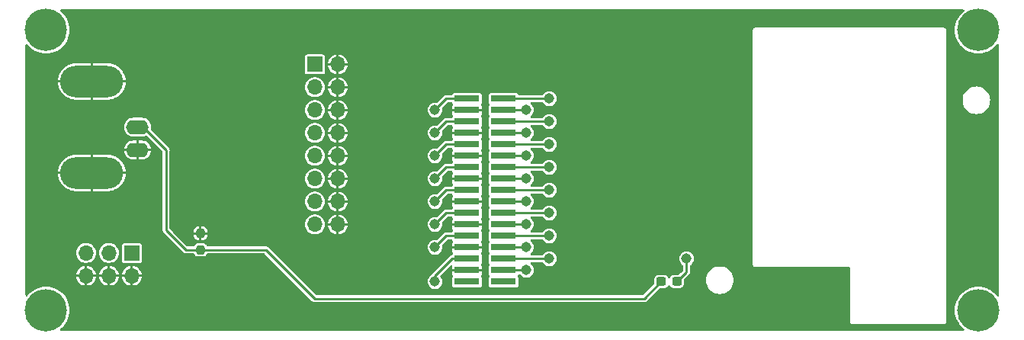
<source format=gbr>
%TF.GenerationSoftware,KiCad,Pcbnew,7.0.6-7.0.6~ubuntu22.04.1*%
%TF.CreationDate,2023-08-01T10:33:02-04:00*%
%TF.ProjectId,test-board,74657374-2d62-46f6-9172-642e6b696361,rev?*%
%TF.SameCoordinates,Original*%
%TF.FileFunction,Copper,L1,Top*%
%TF.FilePolarity,Positive*%
%FSLAX46Y46*%
G04 Gerber Fmt 4.6, Leading zero omitted, Abs format (unit mm)*
G04 Created by KiCad (PCBNEW 7.0.6-7.0.6~ubuntu22.04.1) date 2023-08-01 10:33:02*
%MOMM*%
%LPD*%
G01*
G04 APERTURE LIST*
G04 Aperture macros list*
%AMRoundRect*
0 Rectangle with rounded corners*
0 $1 Rounding radius*
0 $2 $3 $4 $5 $6 $7 $8 $9 X,Y pos of 4 corners*
0 Add a 4 corners polygon primitive as box body*
4,1,4,$2,$3,$4,$5,$6,$7,$8,$9,$2,$3,0*
0 Add four circle primitives for the rounded corners*
1,1,$1+$1,$2,$3*
1,1,$1+$1,$4,$5*
1,1,$1+$1,$6,$7*
1,1,$1+$1,$8,$9*
0 Add four rect primitives between the rounded corners*
20,1,$1+$1,$2,$3,$4,$5,0*
20,1,$1+$1,$4,$5,$6,$7,0*
20,1,$1+$1,$6,$7,$8,$9,0*
20,1,$1+$1,$8,$9,$2,$3,0*%
G04 Aperture macros list end*
%TA.AperFunction,ComponentPad*%
%ADD10C,4.700000*%
%TD*%
%TA.AperFunction,SMDPad,CuDef*%
%ADD11RoundRect,0.237500X0.237500X-0.250000X0.237500X0.250000X-0.237500X0.250000X-0.237500X-0.250000X0*%
%TD*%
%TA.AperFunction,SMDPad,CuDef*%
%ADD12RoundRect,0.237500X0.300000X0.237500X-0.300000X0.237500X-0.300000X-0.237500X0.300000X-0.237500X0*%
%TD*%
%TA.AperFunction,ComponentPad*%
%ADD13R,1.700000X1.700000*%
%TD*%
%TA.AperFunction,ComponentPad*%
%ADD14O,1.700000X1.700000*%
%TD*%
%TA.AperFunction,SMDPad,CuDef*%
%ADD15R,2.794000X0.736600*%
%TD*%
%TA.AperFunction,ComponentPad*%
%ADD16O,2.500000X1.600000*%
%TD*%
%TA.AperFunction,ComponentPad*%
%ADD17O,7.000000X3.500000*%
%TD*%
%TA.AperFunction,ViaPad*%
%ADD18C,1.143000*%
%TD*%
%TA.AperFunction,Conductor*%
%ADD19C,0.254000*%
%TD*%
G04 APERTURE END LIST*
D10*
%TO.P,H4,1*%
%TO.N,N/C*%
X172085000Y-53975000D03*
%TD*%
%TO.P,H3,1*%
%TO.N,N/C*%
X68580000Y-53975000D03*
%TD*%
%TO.P,H2,1*%
%TO.N,N/C*%
X172085000Y-22860000D03*
%TD*%
%TO.P,H1,1*%
%TO.N,N/C*%
X68580000Y-22860000D03*
%TD*%
D11*
%TO.P,R1,1*%
%TO.N,Net-(J4-In)*%
X85725000Y-47267500D03*
%TO.P,R1,2*%
%TO.N,GND*%
X85725000Y-45442500D03*
%TD*%
D12*
%TO.P,C1,1*%
%TO.N,Net-(J2-Pin_4)*%
X138617500Y-50800000D03*
%TO.P,C1,2*%
%TO.N,Net-(J4-In)*%
X136892500Y-50800000D03*
%TD*%
D13*
%TO.P,J5,1,Pin_1*%
%TO.N,/OUT_0*%
X98425000Y-26670000D03*
D14*
%TO.P,J5,2,Pin_2*%
%TO.N,GND*%
X100965000Y-26670000D03*
%TO.P,J5,3,Pin_3*%
%TO.N,/OUT_1*%
X98425000Y-29210000D03*
%TO.P,J5,4,Pin_4*%
%TO.N,GND*%
X100965000Y-29210000D03*
%TO.P,J5,5,Pin_5*%
%TO.N,/OUT_2*%
X98425000Y-31750000D03*
%TO.P,J5,6,Pin_6*%
%TO.N,GND*%
X100965000Y-31750000D03*
%TO.P,J5,7,Pin_7*%
%TO.N,/OUT_3*%
X98425000Y-34290000D03*
%TO.P,J5,8,Pin_8*%
%TO.N,GND*%
X100965000Y-34290000D03*
%TO.P,J5,9,Pin_9*%
%TO.N,/OUT_4*%
X98425000Y-36830000D03*
%TO.P,J5,10,Pin_10*%
%TO.N,GND*%
X100965000Y-36830000D03*
%TO.P,J5,11,Pin_11*%
%TO.N,/OUT_5*%
X98425000Y-39370000D03*
%TO.P,J5,12,Pin_12*%
%TO.N,GND*%
X100965000Y-39370000D03*
%TO.P,J5,13,Pin_13*%
%TO.N,/OUT_6*%
X98425000Y-41910000D03*
%TO.P,J5,14,Pin_14*%
%TO.N,GND*%
X100965000Y-41910000D03*
%TO.P,J5,15,Pin_15*%
%TO.N,/OUT_7*%
X98425000Y-44450000D03*
%TO.P,J5,16,Pin_16*%
%TO.N,GND*%
X100965000Y-44450000D03*
%TD*%
D15*
%TO.P,J1,1,Pin_1*%
%TO.N,/+6.5V*%
X115316000Y-30480000D03*
%TO.P,J1,2,Pin_2*%
%TO.N,/-20V*%
X119380000Y-30480000D03*
%TO.P,J1,3,Pin_3*%
%TO.N,GND*%
X115316000Y-31750000D03*
%TO.P,J1,4,Pin_4*%
%TO.N,/OUT_0*%
X119380000Y-31750000D03*
%TO.P,J1,5,Pin_5*%
%TO.N,/+6.5V*%
X115316000Y-33020000D03*
%TO.P,J1,6,Pin_6*%
%TO.N,/-20V*%
X119380000Y-33020000D03*
%TO.P,J1,7,Pin_7*%
%TO.N,GND*%
X115316000Y-34290000D03*
%TO.P,J1,8,Pin_8*%
%TO.N,/OUT_1*%
X119380000Y-34290000D03*
%TO.P,J1,9,Pin_9*%
%TO.N,/+6.5V*%
X115316000Y-35560000D03*
%TO.P,J1,10,Pin_10*%
%TO.N,/-20V*%
X119380000Y-35560000D03*
%TO.P,J1,11,Pin_11*%
%TO.N,GND*%
X115316000Y-36830000D03*
%TO.P,J1,12,Pin_12*%
%TO.N,/OUT_2*%
X119380000Y-36830000D03*
%TO.P,J1,13,Pin_13*%
%TO.N,/+6.5V*%
X115316000Y-38100000D03*
%TO.P,J1,14,Pin_14*%
%TO.N,/-20V*%
X119380000Y-38100000D03*
%TO.P,J1,15,Pin_15*%
%TO.N,GND*%
X115316000Y-39370000D03*
%TO.P,J1,16,Pin_16*%
%TO.N,/OUT_3*%
X119380000Y-39370000D03*
%TO.P,J1,17,Pin_17*%
%TO.N,/+6.5V*%
X115316000Y-40640000D03*
%TO.P,J1,18,Pin_18*%
%TO.N,/-20V*%
X119380000Y-40640000D03*
%TO.P,J1,19,Pin_19*%
%TO.N,GND*%
X115316000Y-41910000D03*
%TO.P,J1,20,Pin_20*%
%TO.N,/OUT_4*%
X119380000Y-41910000D03*
%TO.P,J1,21,Pin_21*%
%TO.N,/+6.5V*%
X115316000Y-43180000D03*
%TO.P,J1,22,Pin_22*%
%TO.N,/-20V*%
X119380000Y-43180000D03*
%TO.P,J1,23,Pin_23*%
%TO.N,GND*%
X115316000Y-44450000D03*
%TO.P,J1,24,Pin_24*%
%TO.N,/OUT_5*%
X119380000Y-44450000D03*
%TO.P,J1,25,Pin_25*%
%TO.N,/+6.5V*%
X115316000Y-45720000D03*
%TO.P,J1,26,Pin_26*%
%TO.N,/-20V*%
X119380000Y-45720000D03*
%TO.P,J1,27,Pin_27*%
%TO.N,GND*%
X115316000Y-46990000D03*
%TO.P,J1,28,Pin_28*%
%TO.N,/OUT_6*%
X119380000Y-46990000D03*
%TO.P,J1,29,Pin_29*%
%TO.N,/+6.5V*%
X115316000Y-48260000D03*
%TO.P,J1,30,Pin_30*%
%TO.N,/-20V*%
X119380000Y-48260000D03*
%TO.P,J1,31,Pin_31*%
%TO.N,GND*%
X115316000Y-49530000D03*
%TO.P,J1,32,Pin_32*%
%TO.N,/OUT_7*%
X119380000Y-49530000D03*
%TO.P,J1,33,Pin_33*%
%TO.N,unconnected-(J1-Pin_33-Pad33)*%
X115316000Y-50800000D03*
%TO.P,J1,34,Pin_34*%
%TO.N,unconnected-(J1-Pin_34-Pad34)*%
X119380000Y-50800000D03*
%TD*%
D13*
%TO.P,J6,1,Pin_1*%
%TO.N,/+6.5V*%
X78090000Y-47620000D03*
D14*
%TO.P,J6,2,Pin_2*%
%TO.N,GND*%
X78090000Y-50160000D03*
%TO.P,J6,3,Pin_3*%
%TO.N,/+5V*%
X75550000Y-47620000D03*
%TO.P,J6,4,Pin_4*%
%TO.N,GND*%
X75550000Y-50160000D03*
%TO.P,J6,5,Pin_5*%
%TO.N,/-20V*%
X73010000Y-47620000D03*
%TO.P,J6,6,Pin_6*%
%TO.N,GND*%
X73010000Y-50160000D03*
%TD*%
D16*
%TO.P,J4,1,In*%
%TO.N,Net-(J4-In)*%
X78740000Y-33655000D03*
D17*
%TO.P,J4,2,Ext*%
%TO.N,GND*%
X73660000Y-38735000D03*
D16*
X78740000Y-36195000D03*
D17*
X73660000Y-28575000D03*
%TD*%
D18*
%TO.N,Net-(J2-Pin_4)*%
X139700000Y-48260000D03*
%TO.N,GND*%
X148590000Y-50366500D03*
%TO.N,/+6.5V*%
X111760000Y-50800000D03*
X111760000Y-46990000D03*
X111760000Y-44450000D03*
X111760000Y-41910000D03*
X111760000Y-39370000D03*
X111760000Y-36830000D03*
X111760000Y-34290000D03*
X111760000Y-31750000D03*
%TO.N,/-20V*%
X124460000Y-48260000D03*
X124460000Y-45720000D03*
X124460000Y-43180000D03*
X124460000Y-40640000D03*
X124460000Y-38100000D03*
X124460000Y-35560000D03*
X124460000Y-33020000D03*
X124460000Y-30480000D03*
%TO.N,/OUT_7*%
X121920000Y-49530000D03*
%TO.N,/OUT_6*%
X121920000Y-46990000D03*
%TO.N,/OUT_5*%
X121920000Y-44450000D03*
%TO.N,/OUT_4*%
X121920000Y-41910000D03*
%TO.N,/OUT_3*%
X121920000Y-39370000D03*
%TO.N,/OUT_2*%
X121920000Y-36830000D03*
%TO.N,/OUT_1*%
X121920000Y-34290000D03*
%TO.N,/OUT_0*%
X121920000Y-31750000D03*
%TD*%
D19*
%TO.N,Net-(J2-Pin_4)*%
X139700000Y-48260000D02*
X139700000Y-49717500D01*
X139700000Y-49717500D02*
X138617500Y-50800000D01*
%TO.N,Net-(J4-In)*%
X78740000Y-33655000D02*
X79375000Y-33655000D01*
X79375000Y-33655000D02*
X81915000Y-36195000D01*
X81915000Y-36195000D02*
X81915000Y-45085000D01*
X81915000Y-45085000D02*
X84097500Y-47267500D01*
X84097500Y-47267500D02*
X85725000Y-47267500D01*
X85725000Y-47267500D02*
X92987500Y-47267500D01*
X92987500Y-47267500D02*
X98425000Y-52705000D01*
X98425000Y-52705000D02*
X134987500Y-52705000D01*
X134987500Y-52705000D02*
X136892500Y-50800000D01*
%TO.N,/+6.5V*%
X115316000Y-48260000D02*
X113665000Y-48260000D01*
X113665000Y-48260000D02*
X111760000Y-50165000D01*
X111760000Y-50165000D02*
X111760000Y-50800000D01*
X115316000Y-45720000D02*
X113030000Y-45720000D01*
X113030000Y-45720000D02*
X111760000Y-46990000D01*
X115316000Y-43180000D02*
X113030000Y-43180000D01*
X113030000Y-43180000D02*
X111760000Y-44450000D01*
X115316000Y-40640000D02*
X113030000Y-40640000D01*
X113030000Y-40640000D02*
X111760000Y-41910000D01*
X115316000Y-38100000D02*
X113030000Y-38100000D01*
X113030000Y-38100000D02*
X111760000Y-39370000D01*
X115316000Y-35560000D02*
X113030000Y-35560000D01*
X113030000Y-35560000D02*
X111760000Y-36830000D01*
X115316000Y-33020000D02*
X113030000Y-33020000D01*
X113030000Y-33020000D02*
X111760000Y-34290000D01*
X113030000Y-30480000D02*
X111760000Y-31750000D01*
X115316000Y-30480000D02*
X113030000Y-30480000D01*
%TO.N,/-20V*%
X119380000Y-48260000D02*
X124460000Y-48260000D01*
X119380000Y-45720000D02*
X124460000Y-45720000D01*
X119380000Y-43180000D02*
X124460000Y-43180000D01*
X119380000Y-40640000D02*
X124460000Y-40640000D01*
X119380000Y-38100000D02*
X124460000Y-38100000D01*
X119380000Y-35560000D02*
X124460000Y-35560000D01*
X119380000Y-33020000D02*
X124460000Y-33020000D01*
X119380000Y-30480000D02*
X124460000Y-30480000D01*
%TO.N,/OUT_7*%
X119380000Y-49530000D02*
X121920000Y-49530000D01*
%TO.N,/OUT_6*%
X119380000Y-46990000D02*
X121920000Y-46990000D01*
%TO.N,/OUT_5*%
X119380000Y-44450000D02*
X121920000Y-44450000D01*
%TO.N,/OUT_4*%
X119380000Y-41910000D02*
X121920000Y-41910000D01*
%TO.N,/OUT_3*%
X119380000Y-39370000D02*
X121920000Y-39370000D01*
%TO.N,/OUT_2*%
X119380000Y-36830000D02*
X121920000Y-36830000D01*
%TO.N,/OUT_1*%
X119380000Y-34290000D02*
X121920000Y-34290000D01*
%TO.N,/OUT_0*%
X119380000Y-31750000D02*
X121920000Y-31750000D01*
%TD*%
%TA.AperFunction,Conductor*%
%TO.N,GND*%
G36*
X170482057Y-20594502D02*
G01*
X170528550Y-20648158D01*
X170538654Y-20718432D01*
X170509160Y-20783012D01*
X170491643Y-20799685D01*
X170354739Y-20906942D01*
X170354733Y-20906947D01*
X170131947Y-21129733D01*
X170131942Y-21129739D01*
X169937620Y-21377771D01*
X169774615Y-21647416D01*
X169645299Y-21934746D01*
X169551559Y-22235566D01*
X169551557Y-22235575D01*
X169494764Y-22545487D01*
X169494763Y-22545490D01*
X169475740Y-22859998D01*
X169475740Y-22860001D01*
X169494763Y-23174509D01*
X169494764Y-23174512D01*
X169551557Y-23484424D01*
X169551559Y-23484433D01*
X169551560Y-23484437D01*
X169645300Y-23785256D01*
X169774615Y-24072584D01*
X169937621Y-24342229D01*
X170085564Y-24531064D01*
X170131942Y-24590260D01*
X170131947Y-24590266D01*
X170354733Y-24813052D01*
X170354739Y-24813057D01*
X170354741Y-24813059D01*
X170602771Y-25007379D01*
X170872416Y-25170385D01*
X171159744Y-25299700D01*
X171460563Y-25393440D01*
X171770488Y-25450236D01*
X171980162Y-25462918D01*
X172084999Y-25469260D01*
X172085000Y-25469260D01*
X172085001Y-25469260D01*
X172163627Y-25464504D01*
X172399512Y-25450236D01*
X172709437Y-25393440D01*
X173010256Y-25299700D01*
X173297584Y-25170385D01*
X173567229Y-25007379D01*
X173815259Y-24813059D01*
X174038059Y-24590259D01*
X174145315Y-24453356D01*
X174203072Y-24412070D01*
X174273981Y-24408562D01*
X174335531Y-24443947D01*
X174368179Y-24506992D01*
X174370500Y-24531064D01*
X174370500Y-52303935D01*
X174350498Y-52372056D01*
X174296842Y-52418549D01*
X174226568Y-52428653D01*
X174161988Y-52399159D01*
X174145315Y-52381642D01*
X174084092Y-52303498D01*
X174038059Y-52244741D01*
X174038057Y-52244739D01*
X174038052Y-52244733D01*
X173815266Y-52021947D01*
X173815260Y-52021942D01*
X173567228Y-51827620D01*
X173403954Y-51728918D01*
X173297584Y-51664615D01*
X173010256Y-51535300D01*
X172709437Y-51441560D01*
X172709435Y-51441559D01*
X172709433Y-51441559D01*
X172709424Y-51441557D01*
X172399512Y-51384764D01*
X172399509Y-51384763D01*
X172085001Y-51365740D01*
X172084999Y-51365740D01*
X171770490Y-51384763D01*
X171770487Y-51384764D01*
X171460575Y-51441557D01*
X171460566Y-51441559D01*
X171159746Y-51535299D01*
X170872416Y-51664615D01*
X170602771Y-51827620D01*
X170354739Y-52021942D01*
X170354733Y-52021947D01*
X170131947Y-52244733D01*
X170131942Y-52244739D01*
X169937620Y-52492771D01*
X169774615Y-52762416D01*
X169645299Y-53049746D01*
X169551559Y-53350566D01*
X169551557Y-53350575D01*
X169494764Y-53660487D01*
X169494763Y-53660490D01*
X169475740Y-53974998D01*
X169475740Y-53975001D01*
X169494763Y-54289509D01*
X169494764Y-54289512D01*
X169551557Y-54599424D01*
X169551559Y-54599433D01*
X169551560Y-54599437D01*
X169645300Y-54900256D01*
X169774615Y-55187584D01*
X169937621Y-55457229D01*
X170085564Y-55646064D01*
X170131942Y-55705260D01*
X170131947Y-55705266D01*
X170354733Y-55928052D01*
X170354739Y-55928057D01*
X170354741Y-55928059D01*
X170491643Y-56035315D01*
X170532930Y-56093072D01*
X170536438Y-56163981D01*
X170501053Y-56225531D01*
X170438008Y-56258179D01*
X170413936Y-56260500D01*
X70251064Y-56260500D01*
X70182943Y-56240498D01*
X70136450Y-56186842D01*
X70126346Y-56116568D01*
X70155840Y-56051988D01*
X70173357Y-56035315D01*
X70310259Y-55928059D01*
X70533059Y-55705259D01*
X70727379Y-55457229D01*
X70890385Y-55187584D01*
X71019700Y-54900256D01*
X71113440Y-54599437D01*
X71170236Y-54289512D01*
X71189260Y-53975000D01*
X71170236Y-53660488D01*
X71113440Y-53350563D01*
X71019700Y-53049744D01*
X70890385Y-52762416D01*
X70727379Y-52492771D01*
X70533059Y-52244741D01*
X70533057Y-52244739D01*
X70533052Y-52244733D01*
X70310266Y-52021947D01*
X70310260Y-52021942D01*
X70062228Y-51827620D01*
X69898954Y-51728918D01*
X69792584Y-51664615D01*
X69505256Y-51535300D01*
X69204437Y-51441560D01*
X69204435Y-51441559D01*
X69204433Y-51441559D01*
X69204424Y-51441557D01*
X68894512Y-51384764D01*
X68894509Y-51384763D01*
X68580001Y-51365740D01*
X68579999Y-51365740D01*
X68265490Y-51384763D01*
X68265487Y-51384764D01*
X67955575Y-51441557D01*
X67955566Y-51441559D01*
X67654746Y-51535299D01*
X67367416Y-51664615D01*
X67097771Y-51827620D01*
X66849739Y-52021942D01*
X66849733Y-52021947D01*
X66626947Y-52244733D01*
X66626933Y-52244749D01*
X66519683Y-52381642D01*
X66461926Y-52422930D01*
X66391017Y-52426437D01*
X66329467Y-52391051D01*
X66296820Y-52328006D01*
X66294500Y-52303945D01*
X66294500Y-50287001D01*
X71913037Y-50287001D01*
X71920147Y-50363725D01*
X71976138Y-50560514D01*
X71976140Y-50560519D01*
X72067340Y-50743672D01*
X72190637Y-50906946D01*
X72341838Y-51044784D01*
X72515796Y-51152493D01*
X72515803Y-51152496D01*
X72706578Y-51226403D01*
X72706576Y-51226403D01*
X72883000Y-51259381D01*
X72883000Y-50646881D01*
X72974237Y-50660000D01*
X73045763Y-50660000D01*
X73137000Y-50646881D01*
X73137000Y-51259381D01*
X73313422Y-51226403D01*
X73504196Y-51152496D01*
X73504203Y-51152493D01*
X73678161Y-51044784D01*
X73829362Y-50906946D01*
X73952659Y-50743672D01*
X74043859Y-50560519D01*
X74043861Y-50560514D01*
X74099852Y-50363725D01*
X74106962Y-50287001D01*
X74453037Y-50287001D01*
X74460147Y-50363725D01*
X74516138Y-50560514D01*
X74516140Y-50560519D01*
X74607340Y-50743672D01*
X74730637Y-50906946D01*
X74881838Y-51044784D01*
X75055796Y-51152493D01*
X75055803Y-51152496D01*
X75246578Y-51226403D01*
X75246576Y-51226403D01*
X75423000Y-51259381D01*
X75423000Y-50646881D01*
X75514237Y-50660000D01*
X75585763Y-50660000D01*
X75677000Y-50646881D01*
X75677000Y-51259381D01*
X75853422Y-51226403D01*
X76044196Y-51152496D01*
X76044203Y-51152493D01*
X76218161Y-51044784D01*
X76369362Y-50906946D01*
X76492659Y-50743672D01*
X76583859Y-50560519D01*
X76583861Y-50560514D01*
X76639852Y-50363725D01*
X76646962Y-50287001D01*
X76993037Y-50287001D01*
X77000147Y-50363725D01*
X77056138Y-50560514D01*
X77056140Y-50560519D01*
X77147340Y-50743672D01*
X77270637Y-50906946D01*
X77421838Y-51044784D01*
X77595796Y-51152493D01*
X77595803Y-51152496D01*
X77786578Y-51226403D01*
X77786576Y-51226403D01*
X77963000Y-51259381D01*
X77963000Y-50646881D01*
X78054237Y-50660000D01*
X78125763Y-50660000D01*
X78217000Y-50646881D01*
X78217000Y-51259381D01*
X78393422Y-51226403D01*
X78584196Y-51152496D01*
X78584203Y-51152493D01*
X78758161Y-51044784D01*
X78909362Y-50906946D01*
X79032659Y-50743672D01*
X79123859Y-50560519D01*
X79123861Y-50560514D01*
X79179852Y-50363725D01*
X79186962Y-50287001D01*
X79186962Y-50287000D01*
X78573818Y-50287000D01*
X78590000Y-50231889D01*
X78590000Y-50088111D01*
X78573818Y-50033000D01*
X79186962Y-50033000D01*
X79186962Y-50032998D01*
X79179852Y-49956274D01*
X79123861Y-49759485D01*
X79123859Y-49759480D01*
X79032659Y-49576327D01*
X78909362Y-49413053D01*
X78758161Y-49275215D01*
X78584203Y-49167506D01*
X78584196Y-49167503D01*
X78393422Y-49093596D01*
X78393424Y-49093596D01*
X78217000Y-49060617D01*
X78217000Y-49673118D01*
X78125763Y-49660000D01*
X78054237Y-49660000D01*
X77963000Y-49673118D01*
X77963000Y-49060617D01*
X77786576Y-49093596D01*
X77595803Y-49167503D01*
X77595796Y-49167506D01*
X77421838Y-49275215D01*
X77270637Y-49413053D01*
X77147340Y-49576327D01*
X77056140Y-49759480D01*
X77056138Y-49759485D01*
X77000147Y-49956274D01*
X76993037Y-50032998D01*
X76993038Y-50033000D01*
X77606182Y-50033000D01*
X77590000Y-50088111D01*
X77590000Y-50231889D01*
X77606182Y-50287000D01*
X76993038Y-50287000D01*
X76993037Y-50287001D01*
X76646962Y-50287001D01*
X76646962Y-50287000D01*
X76033818Y-50287000D01*
X76050000Y-50231889D01*
X76050000Y-50088111D01*
X76033818Y-50033000D01*
X76646962Y-50033000D01*
X76646962Y-50032998D01*
X76639852Y-49956274D01*
X76583861Y-49759485D01*
X76583859Y-49759480D01*
X76492659Y-49576327D01*
X76369362Y-49413053D01*
X76218161Y-49275215D01*
X76044203Y-49167506D01*
X76044196Y-49167503D01*
X75853422Y-49093596D01*
X75853424Y-49093596D01*
X75677000Y-49060617D01*
X75677000Y-49673118D01*
X75585763Y-49660000D01*
X75514237Y-49660000D01*
X75423000Y-49673118D01*
X75423000Y-49060617D01*
X75246576Y-49093596D01*
X75055803Y-49167503D01*
X75055796Y-49167506D01*
X74881838Y-49275215D01*
X74730637Y-49413053D01*
X74607340Y-49576327D01*
X74516140Y-49759480D01*
X74516138Y-49759485D01*
X74460147Y-49956274D01*
X74453037Y-50032998D01*
X74453038Y-50033000D01*
X75066182Y-50033000D01*
X75050000Y-50088111D01*
X75050000Y-50231889D01*
X75066182Y-50287000D01*
X74453038Y-50287000D01*
X74453037Y-50287001D01*
X74106962Y-50287001D01*
X74106962Y-50287000D01*
X73493818Y-50287000D01*
X73510000Y-50231889D01*
X73510000Y-50088111D01*
X73493818Y-50033000D01*
X74106962Y-50033000D01*
X74106962Y-50032998D01*
X74099852Y-49956274D01*
X74043861Y-49759485D01*
X74043859Y-49759480D01*
X73952659Y-49576327D01*
X73829362Y-49413053D01*
X73678161Y-49275215D01*
X73504203Y-49167506D01*
X73504196Y-49167503D01*
X73313422Y-49093596D01*
X73313424Y-49093596D01*
X73137000Y-49060617D01*
X73137000Y-49673118D01*
X73045763Y-49660000D01*
X72974237Y-49660000D01*
X72883000Y-49673118D01*
X72883000Y-49060617D01*
X72706576Y-49093596D01*
X72515803Y-49167503D01*
X72515796Y-49167506D01*
X72341838Y-49275215D01*
X72190637Y-49413053D01*
X72067340Y-49576327D01*
X71976140Y-49759480D01*
X71976138Y-49759485D01*
X71920147Y-49956274D01*
X71913037Y-50032998D01*
X71913038Y-50033000D01*
X72526182Y-50033000D01*
X72510000Y-50088111D01*
X72510000Y-50231889D01*
X72526182Y-50287000D01*
X71913038Y-50287000D01*
X71913037Y-50287001D01*
X66294500Y-50287001D01*
X66294500Y-47620004D01*
X71900768Y-47620004D01*
X71919654Y-47823819D01*
X71970693Y-48003201D01*
X71975672Y-48020701D01*
X72066912Y-48203935D01*
X72066913Y-48203936D01*
X72190266Y-48367284D01*
X72341536Y-48505185D01*
X72515566Y-48612940D01*
X72515568Y-48612940D01*
X72515573Y-48612944D01*
X72706444Y-48686888D01*
X72907653Y-48724500D01*
X72907655Y-48724500D01*
X73112345Y-48724500D01*
X73112347Y-48724500D01*
X73313556Y-48686888D01*
X73504427Y-48612944D01*
X73678462Y-48505186D01*
X73829732Y-48367285D01*
X73953088Y-48203935D01*
X74044328Y-48020701D01*
X74100345Y-47823821D01*
X74110959Y-47709277D01*
X74119232Y-47620004D01*
X74440768Y-47620004D01*
X74459654Y-47823819D01*
X74510693Y-48003201D01*
X74515672Y-48020701D01*
X74606912Y-48203935D01*
X74606913Y-48203936D01*
X74730266Y-48367284D01*
X74881536Y-48505185D01*
X75055566Y-48612940D01*
X75055568Y-48612940D01*
X75055573Y-48612944D01*
X75246444Y-48686888D01*
X75447653Y-48724500D01*
X75447655Y-48724500D01*
X75652345Y-48724500D01*
X75652347Y-48724500D01*
X75853556Y-48686888D01*
X76044427Y-48612944D01*
X76218462Y-48505186D01*
X76229566Y-48495063D01*
X76985500Y-48495063D01*
X76985501Y-48495073D01*
X77000265Y-48569300D01*
X77056516Y-48653484D01*
X77140697Y-48709733D01*
X77140699Y-48709734D01*
X77214933Y-48724500D01*
X78965066Y-48724499D01*
X78965069Y-48724498D01*
X78965073Y-48724498D01*
X79014326Y-48714701D01*
X79039301Y-48709734D01*
X79123484Y-48653484D01*
X79179734Y-48569301D01*
X79194500Y-48495067D01*
X79194499Y-46744934D01*
X79194498Y-46744930D01*
X79194498Y-46744926D01*
X79179734Y-46670699D01*
X79130273Y-46596677D01*
X79123484Y-46586516D01*
X79123483Y-46586515D01*
X79039302Y-46530266D01*
X78965067Y-46515500D01*
X77214936Y-46515500D01*
X77214926Y-46515501D01*
X77140699Y-46530265D01*
X77056515Y-46586516D01*
X77000266Y-46670697D01*
X76985500Y-46744930D01*
X76985500Y-48495063D01*
X76229566Y-48495063D01*
X76369732Y-48367285D01*
X76493088Y-48203935D01*
X76584328Y-48020701D01*
X76640345Y-47823821D01*
X76650959Y-47709277D01*
X76659232Y-47620004D01*
X76659232Y-47619995D01*
X76640345Y-47416180D01*
X76636981Y-47404356D01*
X76584328Y-47219299D01*
X76493088Y-47036065D01*
X76449407Y-46978222D01*
X76369733Y-46872715D01*
X76218463Y-46734814D01*
X76044433Y-46627059D01*
X76044428Y-46627057D01*
X76044427Y-46627056D01*
X75965899Y-46596634D01*
X75853559Y-46553113D01*
X75853560Y-46553113D01*
X75853557Y-46553112D01*
X75853556Y-46553112D01*
X75652347Y-46515500D01*
X75447653Y-46515500D01*
X75246444Y-46553112D01*
X75246439Y-46553113D01*
X75055577Y-46627054D01*
X75055566Y-46627059D01*
X74881536Y-46734814D01*
X74730266Y-46872715D01*
X74606913Y-47036063D01*
X74515671Y-47219301D01*
X74459654Y-47416180D01*
X74440768Y-47619995D01*
X74440768Y-47620004D01*
X74119232Y-47620004D01*
X74119232Y-47619995D01*
X74100345Y-47416180D01*
X74096981Y-47404356D01*
X74044328Y-47219299D01*
X73953088Y-47036065D01*
X73909407Y-46978222D01*
X73829733Y-46872715D01*
X73678463Y-46734814D01*
X73504433Y-46627059D01*
X73504428Y-46627057D01*
X73504427Y-46627056D01*
X73425899Y-46596634D01*
X73313559Y-46553113D01*
X73313560Y-46553113D01*
X73313557Y-46553112D01*
X73313556Y-46553112D01*
X73112347Y-46515500D01*
X72907653Y-46515500D01*
X72706444Y-46553112D01*
X72706439Y-46553113D01*
X72515577Y-46627054D01*
X72515566Y-46627059D01*
X72341536Y-46734814D01*
X72190266Y-46872715D01*
X72066913Y-47036063D01*
X71975671Y-47219301D01*
X71919654Y-47416180D01*
X71900768Y-47619995D01*
X71900768Y-47620004D01*
X66294500Y-47620004D01*
X66294499Y-38607999D01*
X69909963Y-38607999D01*
X69909964Y-38608000D01*
X72660149Y-38608000D01*
X72651114Y-38786165D01*
X72662731Y-38862000D01*
X69909964Y-38862000D01*
X69921330Y-39020923D01*
X69982264Y-39301034D01*
X70082440Y-39569616D01*
X70219822Y-39821211D01*
X70391610Y-40050694D01*
X70391618Y-40050703D01*
X70594296Y-40253381D01*
X70594305Y-40253389D01*
X70823788Y-40425177D01*
X71075383Y-40562559D01*
X71075382Y-40562559D01*
X71343965Y-40662735D01*
X71624076Y-40723669D01*
X71838433Y-40739000D01*
X73533000Y-40739000D01*
X73533000Y-39734903D01*
X73557801Y-39740000D01*
X73710967Y-39740000D01*
X73787000Y-39732268D01*
X73787000Y-40739000D01*
X75481567Y-40739000D01*
X75695923Y-40723669D01*
X75976034Y-40662735D01*
X76244616Y-40562559D01*
X76496211Y-40425177D01*
X76725694Y-40253389D01*
X76725703Y-40253381D01*
X76928381Y-40050703D01*
X76928389Y-40050694D01*
X77100177Y-39821211D01*
X77237559Y-39569616D01*
X77337735Y-39301034D01*
X77398669Y-39020923D01*
X77410036Y-38862000D01*
X74659851Y-38862000D01*
X74668886Y-38683835D01*
X74657269Y-38608000D01*
X77410036Y-38608000D01*
X77410036Y-38607999D01*
X77398669Y-38449076D01*
X77337735Y-38168965D01*
X77237559Y-37900383D01*
X77100177Y-37648788D01*
X76928389Y-37419305D01*
X76928381Y-37419296D01*
X76725703Y-37216618D01*
X76725694Y-37216610D01*
X76496211Y-37044822D01*
X76244616Y-36907440D01*
X76244617Y-36907440D01*
X75976034Y-36807264D01*
X75695923Y-36746330D01*
X75481567Y-36731000D01*
X73787000Y-36731000D01*
X73787000Y-37735096D01*
X73762199Y-37730000D01*
X73609033Y-37730000D01*
X73533000Y-37737731D01*
X73533000Y-36731000D01*
X71838433Y-36731000D01*
X71624076Y-36746330D01*
X71343965Y-36807264D01*
X71075383Y-36907440D01*
X70823788Y-37044822D01*
X70594305Y-37216610D01*
X70594296Y-37216618D01*
X70391618Y-37419296D01*
X70391610Y-37419305D01*
X70219822Y-37648788D01*
X70082440Y-37900383D01*
X69982264Y-38168965D01*
X69921330Y-38449076D01*
X69909963Y-38607999D01*
X66294499Y-38607999D01*
X66294499Y-36322001D01*
X77243407Y-36322001D01*
X77251248Y-36401612D01*
X77251248Y-36401614D01*
X77311519Y-36600301D01*
X77409389Y-36783401D01*
X77541103Y-36943896D01*
X77701598Y-37075610D01*
X77884698Y-37173480D01*
X78083388Y-37233751D01*
X78238209Y-37248999D01*
X78238227Y-37249000D01*
X78613000Y-37249000D01*
X78612999Y-36621514D01*
X78672927Y-36640000D01*
X78773346Y-36640000D01*
X78867000Y-36625884D01*
X78867000Y-37249000D01*
X79241773Y-37249000D01*
X79241790Y-37248999D01*
X79396611Y-37233751D01*
X79595301Y-37173480D01*
X79778401Y-37075610D01*
X79938896Y-36943896D01*
X80070610Y-36783401D01*
X80168480Y-36600301D01*
X80228751Y-36401614D01*
X80228751Y-36401612D01*
X80236592Y-36322001D01*
X80236592Y-36322000D01*
X79167456Y-36322000D01*
X79188768Y-36228630D01*
X79178743Y-36094860D01*
X79168201Y-36068000D01*
X80236592Y-36068000D01*
X80236592Y-36067998D01*
X80228751Y-35988387D01*
X80228751Y-35988385D01*
X80168480Y-35789698D01*
X80070610Y-35606598D01*
X79938896Y-35446103D01*
X79778401Y-35314389D01*
X79595301Y-35216519D01*
X79396611Y-35156248D01*
X79241790Y-35141000D01*
X78867000Y-35141000D01*
X78867000Y-35768485D01*
X78807073Y-35750000D01*
X78706654Y-35750000D01*
X78613000Y-35764115D01*
X78613000Y-35141000D01*
X78238209Y-35141000D01*
X78083388Y-35156248D01*
X77884698Y-35216519D01*
X77701598Y-35314389D01*
X77541103Y-35446103D01*
X77409389Y-35606598D01*
X77311519Y-35789698D01*
X77251248Y-35988385D01*
X77251248Y-35988387D01*
X77243407Y-36067998D01*
X77243408Y-36068000D01*
X78312544Y-36068000D01*
X78291232Y-36161370D01*
X78301257Y-36295140D01*
X78311799Y-36322000D01*
X77243408Y-36322000D01*
X77243407Y-36322001D01*
X66294499Y-36322001D01*
X66294499Y-33655003D01*
X77230398Y-33655003D01*
X77250756Y-33861711D01*
X77250757Y-33861717D01*
X77250758Y-33861718D01*
X77259181Y-33889485D01*
X77311055Y-34060492D01*
X77408974Y-34243686D01*
X77540747Y-34404252D01*
X77701313Y-34536024D01*
X77701313Y-34536025D01*
X77701317Y-34536027D01*
X77884508Y-34633945D01*
X78083282Y-34694242D01*
X78083286Y-34694242D01*
X78083288Y-34694243D01*
X78171340Y-34702915D01*
X78238199Y-34709500D01*
X78238208Y-34709500D01*
X79241792Y-34709500D01*
X79241801Y-34709500D01*
X79329859Y-34700826D01*
X79396711Y-34694243D01*
X79396712Y-34694242D01*
X79396718Y-34694242D01*
X79595492Y-34633945D01*
X79655750Y-34601735D01*
X79725255Y-34587264D01*
X79791552Y-34612667D01*
X79804241Y-34623763D01*
X81496595Y-36316117D01*
X81530621Y-36378429D01*
X81533500Y-36405212D01*
X81533500Y-45032366D01*
X81530818Y-45058223D01*
X81528554Y-45069016D01*
X81530790Y-45086950D01*
X81533016Y-45104809D01*
X81533500Y-45112600D01*
X81533500Y-45116615D01*
X81533499Y-45116615D01*
X81537403Y-45140003D01*
X81544303Y-45195357D01*
X81546588Y-45203032D01*
X81549180Y-45210582D01*
X81549181Y-45210585D01*
X81549182Y-45210586D01*
X81575729Y-45259641D01*
X81595613Y-45300314D01*
X81600225Y-45309748D01*
X81604868Y-45316251D01*
X81609782Y-45322565D01*
X81650819Y-45360341D01*
X83790519Y-47500042D01*
X83806905Y-47520218D01*
X83812940Y-47529456D01*
X83812941Y-47529457D01*
X83812943Y-47529459D01*
X83841394Y-47551603D01*
X83847253Y-47556776D01*
X83850091Y-47559614D01*
X83855879Y-47563746D01*
X83869400Y-47573401D01*
X83912848Y-47607217D01*
X83913415Y-47607658D01*
X83913416Y-47607658D01*
X83920455Y-47611468D01*
X83927627Y-47614973D01*
X83927630Y-47614975D01*
X83960336Y-47624711D01*
X83981090Y-47630891D01*
X84015727Y-47642782D01*
X84033839Y-47649000D01*
X84033845Y-47649000D01*
X84041750Y-47650319D01*
X84049656Y-47651305D01*
X84049657Y-47651304D01*
X84049658Y-47651305D01*
X84105384Y-47649000D01*
X84923956Y-47649000D01*
X84992077Y-47669002D01*
X85038570Y-47722658D01*
X85042011Y-47730966D01*
X85051242Y-47755715D01*
X85051244Y-47755718D01*
X85136025Y-47868974D01*
X85249281Y-47953755D01*
X85249285Y-47953758D01*
X85381839Y-48003199D01*
X85381847Y-48003201D01*
X85411143Y-48006350D01*
X85440443Y-48009500D01*
X86009556Y-48009499D01*
X86035408Y-48006720D01*
X86068151Y-48003201D01*
X86068152Y-48003200D01*
X86068157Y-48003200D01*
X86200715Y-47953758D01*
X86313974Y-47868974D01*
X86398758Y-47755715D01*
X86407988Y-47730966D01*
X86450536Y-47674131D01*
X86517057Y-47649321D01*
X86526044Y-47649000D01*
X92777288Y-47649000D01*
X92845409Y-47669002D01*
X92866383Y-47685905D01*
X98118016Y-52937538D01*
X98134402Y-52957715D01*
X98140437Y-52966952D01*
X98140440Y-52966956D01*
X98168437Y-52988747D01*
X98168900Y-52989107D01*
X98174757Y-52994280D01*
X98177584Y-52997107D01*
X98177591Y-52997113D01*
X98196889Y-53010891D01*
X98240915Y-53045158D01*
X98240917Y-53045158D01*
X98247955Y-53048968D01*
X98255127Y-53052473D01*
X98255130Y-53052475D01*
X98287836Y-53062211D01*
X98308590Y-53068391D01*
X98361333Y-53086498D01*
X98361339Y-53086500D01*
X98361345Y-53086500D01*
X98369250Y-53087819D01*
X98377156Y-53088805D01*
X98377157Y-53088804D01*
X98377158Y-53088805D01*
X98432884Y-53086500D01*
X134934866Y-53086500D01*
X134960724Y-53089181D01*
X134971517Y-53091445D01*
X135007309Y-53086983D01*
X135015100Y-53086500D01*
X135019111Y-53086500D01*
X135042505Y-53082596D01*
X135050387Y-53081613D01*
X135097860Y-53075696D01*
X135097862Y-53075694D01*
X135105511Y-53073417D01*
X135113084Y-53070818D01*
X135113086Y-53070818D01*
X135117573Y-53068390D01*
X135162141Y-53044270D01*
X135212246Y-53019776D01*
X135212250Y-53019771D01*
X135218766Y-53015120D01*
X135225062Y-53010220D01*
X135262841Y-52969180D01*
X136665617Y-51566404D01*
X136727929Y-51532379D01*
X136754712Y-51529499D01*
X137239549Y-51529499D01*
X137239556Y-51529499D01*
X137265408Y-51526720D01*
X137298151Y-51523201D01*
X137298152Y-51523200D01*
X137298157Y-51523200D01*
X137430715Y-51473758D01*
X137543974Y-51388974D01*
X137628758Y-51275715D01*
X137636945Y-51253764D01*
X137679491Y-51196930D01*
X137746011Y-51172119D01*
X137815385Y-51187210D01*
X137865588Y-51237413D01*
X137873052Y-51253758D01*
X137878216Y-51267601D01*
X137881243Y-51275717D01*
X137881244Y-51275718D01*
X137966025Y-51388974D01*
X138079281Y-51473755D01*
X138079285Y-51473758D01*
X138211839Y-51523199D01*
X138211847Y-51523201D01*
X138241143Y-51526350D01*
X138270443Y-51529500D01*
X138964556Y-51529499D01*
X138990408Y-51526720D01*
X139023151Y-51523201D01*
X139023152Y-51523200D01*
X139023157Y-51523200D01*
X139155715Y-51473758D01*
X139268974Y-51388974D01*
X139353758Y-51275715D01*
X139403200Y-51143157D01*
X139403775Y-51137817D01*
X139409499Y-51084568D01*
X139409499Y-51084566D01*
X139409500Y-51084557D01*
X139409499Y-50647600D01*
X141853786Y-50647600D01*
X141872613Y-50886822D01*
X141890310Y-50960536D01*
X141928630Y-51120151D01*
X141993067Y-51275715D01*
X142020460Y-51341849D01*
X142145840Y-51546449D01*
X142301682Y-51728918D01*
X142484151Y-51884760D01*
X142688751Y-52010140D01*
X142910447Y-52101969D01*
X143143778Y-52157987D01*
X143383000Y-52176814D01*
X143622222Y-52157987D01*
X143855553Y-52101969D01*
X144077249Y-52010140D01*
X144281849Y-51884760D01*
X144464318Y-51728918D01*
X144620160Y-51546449D01*
X144745540Y-51341849D01*
X144837369Y-51120153D01*
X144893387Y-50886822D01*
X144912214Y-50647600D01*
X144893387Y-50408378D01*
X144837369Y-50175047D01*
X144745540Y-49953351D01*
X144620160Y-49748751D01*
X144464318Y-49566282D01*
X144281849Y-49410440D01*
X144077249Y-49285060D01*
X143855553Y-49193231D01*
X143855551Y-49193230D01*
X143673401Y-49149500D01*
X143622222Y-49137213D01*
X143383000Y-49118386D01*
X143382999Y-49118386D01*
X143143778Y-49137213D01*
X142910448Y-49193230D01*
X142688752Y-49285059D01*
X142484152Y-49410439D01*
X142301682Y-49566282D01*
X142145839Y-49748752D01*
X142020459Y-49953352D01*
X141928630Y-50175048D01*
X141885188Y-50356000D01*
X141872613Y-50408378D01*
X141853786Y-50647600D01*
X139409499Y-50647600D01*
X139409499Y-50599710D01*
X139429501Y-50531590D01*
X139446399Y-50510621D01*
X139932542Y-50024478D01*
X139952718Y-50008094D01*
X139961956Y-50002060D01*
X139984114Y-49973589D01*
X139989282Y-49967738D01*
X139992113Y-49964909D01*
X140005891Y-49945610D01*
X140040158Y-49901585D01*
X140040158Y-49901582D01*
X140043957Y-49894564D01*
X140047471Y-49887374D01*
X140047475Y-49887370D01*
X140053298Y-49867810D01*
X140063391Y-49833910D01*
X140081499Y-49781164D01*
X140082819Y-49773249D01*
X140083805Y-49765343D01*
X140083562Y-49759480D01*
X140081500Y-49709616D01*
X140081500Y-49068016D01*
X140101502Y-48999895D01*
X140133439Y-48966080D01*
X140133586Y-48965973D01*
X140231270Y-48895002D01*
X147060514Y-48895002D01*
X147064278Y-48913927D01*
X147064279Y-48913931D01*
X147080266Y-48994302D01*
X147136515Y-49078484D01*
X147220697Y-49134733D01*
X147220699Y-49134734D01*
X147320000Y-49154486D01*
X147332895Y-49151920D01*
X147357476Y-49149500D01*
X157734500Y-49149500D01*
X157802621Y-49169502D01*
X157849114Y-49223158D01*
X157860500Y-49275500D01*
X157860500Y-55207523D01*
X157858079Y-55232103D01*
X157855514Y-55244998D01*
X157855514Y-55245002D01*
X157859278Y-55263927D01*
X157859279Y-55263931D01*
X157875266Y-55344302D01*
X157931515Y-55428484D01*
X158015697Y-55484733D01*
X158015699Y-55484734D01*
X158115000Y-55504486D01*
X158127895Y-55501920D01*
X158152476Y-55499500D01*
X168237524Y-55499500D01*
X168262104Y-55501920D01*
X168275000Y-55504486D01*
X168374301Y-55484734D01*
X168458484Y-55428484D01*
X168514734Y-55344301D01*
X168529500Y-55270067D01*
X168529500Y-55270066D01*
X168534486Y-55245000D01*
X168531921Y-55232103D01*
X168529500Y-55207523D01*
X168529500Y-30657800D01*
X170352586Y-30657800D01*
X170369551Y-30873369D01*
X170371413Y-30897021D01*
X170427430Y-31130351D01*
X170493607Y-31290116D01*
X170519260Y-31352049D01*
X170644640Y-31556649D01*
X170800482Y-31739118D01*
X170982951Y-31894960D01*
X171187551Y-32020340D01*
X171409247Y-32112169D01*
X171642578Y-32168187D01*
X171881800Y-32187014D01*
X172121022Y-32168187D01*
X172354353Y-32112169D01*
X172576049Y-32020340D01*
X172780649Y-31894960D01*
X172963118Y-31739118D01*
X173118960Y-31556649D01*
X173244340Y-31352049D01*
X173336169Y-31130353D01*
X173392187Y-30897022D01*
X173411014Y-30657800D01*
X173392187Y-30418578D01*
X173336169Y-30185247D01*
X173244340Y-29963551D01*
X173118960Y-29758951D01*
X172963118Y-29576482D01*
X172780649Y-29420640D01*
X172576049Y-29295260D01*
X172543769Y-29281889D01*
X172354351Y-29203430D01*
X172194736Y-29165110D01*
X172121022Y-29147413D01*
X171881800Y-29128586D01*
X171642578Y-29147413D01*
X171409248Y-29203430D01*
X171187552Y-29295259D01*
X170982952Y-29420639D01*
X170800482Y-29576482D01*
X170644639Y-29758952D01*
X170519259Y-29963552D01*
X170427430Y-30185248D01*
X170398125Y-30307313D01*
X170371413Y-30418578D01*
X170352586Y-30657800D01*
X168529500Y-30657800D01*
X168529500Y-22897476D01*
X168531921Y-22872894D01*
X168534486Y-22859999D01*
X168529581Y-22835342D01*
X168514734Y-22760699D01*
X168514733Y-22760697D01*
X168458484Y-22676515D01*
X168374302Y-22620266D01*
X168300067Y-22605500D01*
X168275000Y-22600514D01*
X168274999Y-22600514D01*
X168262104Y-22603079D01*
X168237523Y-22605500D01*
X147357477Y-22605500D01*
X147332896Y-22603079D01*
X147320001Y-22600514D01*
X147320000Y-22600514D01*
X147294933Y-22605500D01*
X147220697Y-22620266D01*
X147136515Y-22676515D01*
X147080266Y-22760697D01*
X147060514Y-22859999D01*
X147063079Y-22872894D01*
X147065500Y-22897476D01*
X147065500Y-48857523D01*
X147063079Y-48882103D01*
X147060514Y-48894998D01*
X147060514Y-48895002D01*
X140231270Y-48895002D01*
X140255746Y-48877219D01*
X140262307Y-48869933D01*
X140371929Y-48748185D01*
X140371930Y-48748183D01*
X140376597Y-48740100D01*
X140458745Y-48597815D01*
X140468010Y-48569302D01*
X140512398Y-48432686D01*
X140512400Y-48432681D01*
X140530550Y-48260000D01*
X140512400Y-48087319D01*
X140490754Y-48020698D01*
X140458747Y-47922189D01*
X140458743Y-47922182D01*
X140441809Y-47892852D01*
X140401955Y-47823821D01*
X140371930Y-47771816D01*
X140371929Y-47771814D01*
X140255748Y-47642782D01*
X140115279Y-47540725D01*
X140089975Y-47529459D01*
X139956654Y-47470100D01*
X139786816Y-47434000D01*
X139613184Y-47434000D01*
X139443345Y-47470100D01*
X139284720Y-47540725D01*
X139144251Y-47642782D01*
X139028070Y-47771814D01*
X139028069Y-47771816D01*
X138941256Y-47922182D01*
X138941252Y-47922189D01*
X138887601Y-48087313D01*
X138887600Y-48087317D01*
X138887600Y-48087319D01*
X138869450Y-48260000D01*
X138880726Y-48367285D01*
X138887601Y-48432686D01*
X138941252Y-48597810D01*
X138941256Y-48597817D01*
X139028069Y-48748183D01*
X139028070Y-48748185D01*
X139144251Y-48877217D01*
X139266561Y-48966080D01*
X139309915Y-49022302D01*
X139318500Y-49068016D01*
X139318500Y-49507287D01*
X139298498Y-49575408D01*
X139281599Y-49596377D01*
X139048775Y-49829202D01*
X138844381Y-50033596D01*
X138782069Y-50067621D01*
X138755286Y-50070500D01*
X138270451Y-50070500D01*
X138270427Y-50070502D01*
X138211848Y-50076798D01*
X138079280Y-50126244D01*
X137966025Y-50211025D01*
X137881244Y-50324281D01*
X137881242Y-50324285D01*
X137873053Y-50346238D01*
X137830504Y-50403072D01*
X137763983Y-50427880D01*
X137694609Y-50412786D01*
X137644409Y-50362582D01*
X137636945Y-50346237D01*
X137628758Y-50324285D01*
X137600847Y-50287000D01*
X137543974Y-50211025D01*
X137430718Y-50126244D01*
X137430714Y-50126241D01*
X137298160Y-50076800D01*
X137298152Y-50076798D01*
X137239560Y-50070500D01*
X136545451Y-50070500D01*
X136545427Y-50070502D01*
X136486848Y-50076798D01*
X136354280Y-50126244D01*
X136241025Y-50211025D01*
X136156244Y-50324281D01*
X136156241Y-50324285D01*
X136106800Y-50456839D01*
X136106798Y-50456847D01*
X136100500Y-50515431D01*
X136100500Y-51000286D01*
X136080498Y-51068407D01*
X136063595Y-51089381D01*
X134866382Y-52286595D01*
X134804070Y-52320620D01*
X134777287Y-52323500D01*
X98635212Y-52323500D01*
X98567091Y-52303498D01*
X98546117Y-52286595D01*
X97059521Y-50799999D01*
X110929449Y-50799999D01*
X110929450Y-50800000D01*
X110947601Y-50972686D01*
X111001252Y-51137810D01*
X111001256Y-51137817D01*
X111088069Y-51288183D01*
X111088070Y-51288185D01*
X111204251Y-51417217D01*
X111344720Y-51519274D01*
X111344722Y-51519275D01*
X111344725Y-51519277D01*
X111503346Y-51589900D01*
X111673184Y-51626000D01*
X111846816Y-51626000D01*
X112016654Y-51589900D01*
X112175275Y-51519277D01*
X112315746Y-51417219D01*
X112431929Y-51288185D01*
X112486674Y-51193363D01*
X113664500Y-51193363D01*
X113664501Y-51193373D01*
X113679265Y-51267600D01*
X113735516Y-51351784D01*
X113819697Y-51408033D01*
X113819699Y-51408034D01*
X113893933Y-51422800D01*
X116738066Y-51422799D01*
X116738069Y-51422798D01*
X116738073Y-51422798D01*
X116787326Y-51413001D01*
X116812301Y-51408034D01*
X116896484Y-51351784D01*
X116952734Y-51267601D01*
X116967500Y-51193367D01*
X116967500Y-51193363D01*
X117728500Y-51193363D01*
X117728501Y-51193373D01*
X117743265Y-51267600D01*
X117799516Y-51351784D01*
X117883697Y-51408033D01*
X117883699Y-51408034D01*
X117957933Y-51422800D01*
X120802066Y-51422799D01*
X120802069Y-51422798D01*
X120802073Y-51422798D01*
X120851326Y-51413001D01*
X120876301Y-51408034D01*
X120960484Y-51351784D01*
X121016734Y-51267601D01*
X121031500Y-51193367D01*
X121031499Y-50406634D01*
X121031498Y-50406630D01*
X121031498Y-50406626D01*
X121016734Y-50332399D01*
X120953589Y-50237897D01*
X120956468Y-50235973D01*
X120932337Y-50191782D01*
X120937402Y-50120967D01*
X120955246Y-50093210D01*
X120953589Y-50092103D01*
X120968024Y-50070500D01*
X121016734Y-49997601D01*
X121016734Y-49997600D01*
X121021890Y-49989884D01*
X121076367Y-49944356D01*
X121146810Y-49935508D01*
X121210854Y-49966150D01*
X121235774Y-49996885D01*
X121239555Y-50003435D01*
X121248071Y-50018185D01*
X121248074Y-50018189D01*
X121364251Y-50147217D01*
X121504720Y-50249274D01*
X121504722Y-50249275D01*
X121504725Y-50249277D01*
X121663346Y-50319900D01*
X121833184Y-50356000D01*
X122006816Y-50356000D01*
X122176654Y-50319900D01*
X122335275Y-50249277D01*
X122475746Y-50147219D01*
X122483852Y-50138217D01*
X122591929Y-50018185D01*
X122591930Y-50018183D01*
X122603813Y-49997601D01*
X122678745Y-49867815D01*
X122689762Y-49833910D01*
X122721883Y-49735048D01*
X122732400Y-49702681D01*
X122750550Y-49530000D01*
X122732400Y-49357319D01*
X122708922Y-49285060D01*
X122678747Y-49192189D01*
X122678743Y-49192182D01*
X122664496Y-49167506D01*
X122603812Y-49062397D01*
X122591930Y-49041816D01*
X122591929Y-49041814D01*
X122475748Y-48912782D01*
X122416087Y-48869436D01*
X122372733Y-48813214D01*
X122366658Y-48742478D01*
X122399789Y-48679686D01*
X122461609Y-48644774D01*
X122490148Y-48641500D01*
X123653731Y-48641500D01*
X123721852Y-48661502D01*
X123762849Y-48704499D01*
X123776187Y-48727601D01*
X123788071Y-48748185D01*
X123788074Y-48748189D01*
X123904251Y-48877217D01*
X124044720Y-48979274D01*
X124044722Y-48979275D01*
X124044725Y-48979277D01*
X124203346Y-49049900D01*
X124373184Y-49086000D01*
X124546816Y-49086000D01*
X124716654Y-49049900D01*
X124875275Y-48979277D01*
X125015746Y-48877219D01*
X125022307Y-48869933D01*
X125131929Y-48748185D01*
X125131930Y-48748183D01*
X125136597Y-48740100D01*
X125218745Y-48597815D01*
X125228010Y-48569302D01*
X125272398Y-48432686D01*
X125272400Y-48432681D01*
X125290550Y-48260000D01*
X125272400Y-48087319D01*
X125250754Y-48020698D01*
X125218747Y-47922189D01*
X125218743Y-47922182D01*
X125201809Y-47892852D01*
X125161955Y-47823821D01*
X125131930Y-47771816D01*
X125131929Y-47771814D01*
X125015748Y-47642782D01*
X124875279Y-47540725D01*
X124849975Y-47529459D01*
X124716654Y-47470100D01*
X124546816Y-47434000D01*
X124373184Y-47434000D01*
X124203345Y-47470100D01*
X124044720Y-47540725D01*
X123904251Y-47642782D01*
X123788074Y-47771810D01*
X123788071Y-47771814D01*
X123783403Y-47779900D01*
X123762849Y-47815500D01*
X123711469Y-47864493D01*
X123653731Y-47878500D01*
X122490148Y-47878500D01*
X122422027Y-47858498D01*
X122375534Y-47804842D01*
X122365430Y-47734568D01*
X122394924Y-47669988D01*
X122416087Y-47650564D01*
X122443164Y-47630891D01*
X122475746Y-47607219D01*
X122483852Y-47598217D01*
X122591929Y-47478185D01*
X122591930Y-47478183D01*
X122603813Y-47457601D01*
X122678745Y-47327815D01*
X122732400Y-47162681D01*
X122750550Y-46990000D01*
X122732400Y-46817319D01*
X122720041Y-46779281D01*
X122678747Y-46652189D01*
X122678743Y-46652182D01*
X122664238Y-46627059D01*
X122640831Y-46586516D01*
X122591930Y-46501816D01*
X122591929Y-46501814D01*
X122475748Y-46372782D01*
X122416087Y-46329436D01*
X122372733Y-46273214D01*
X122366658Y-46202478D01*
X122399789Y-46139686D01*
X122461609Y-46104774D01*
X122490148Y-46101500D01*
X123653731Y-46101500D01*
X123721852Y-46121502D01*
X123762849Y-46164499D01*
X123776187Y-46187601D01*
X123788071Y-46208185D01*
X123788074Y-46208189D01*
X123904251Y-46337217D01*
X124044720Y-46439274D01*
X124044722Y-46439275D01*
X124044725Y-46439277D01*
X124203346Y-46509900D01*
X124373184Y-46546000D01*
X124546816Y-46546000D01*
X124716654Y-46509900D01*
X124875275Y-46439277D01*
X125015746Y-46337219D01*
X125023852Y-46328217D01*
X125131929Y-46208185D01*
X125131930Y-46208183D01*
X125136597Y-46200100D01*
X125218745Y-46057815D01*
X125272400Y-45892681D01*
X125290550Y-45720000D01*
X125272400Y-45547319D01*
X125268789Y-45536208D01*
X125218747Y-45382189D01*
X125218743Y-45382182D01*
X125201809Y-45352852D01*
X125180532Y-45315998D01*
X125131930Y-45231816D01*
X125131929Y-45231814D01*
X125015748Y-45102782D01*
X124875279Y-45000725D01*
X124716654Y-44930100D01*
X124546816Y-44894000D01*
X124373184Y-44894000D01*
X124203345Y-44930100D01*
X124044720Y-45000725D01*
X123904251Y-45102782D01*
X123788074Y-45231810D01*
X123788071Y-45231814D01*
X123783403Y-45239900D01*
X123762849Y-45275500D01*
X123711469Y-45324493D01*
X123653731Y-45338500D01*
X122490148Y-45338500D01*
X122422027Y-45318498D01*
X122375534Y-45264842D01*
X122365430Y-45194568D01*
X122394924Y-45129988D01*
X122416087Y-45110564D01*
X122435576Y-45096403D01*
X122475746Y-45067219D01*
X122483852Y-45058217D01*
X122591929Y-44938185D01*
X122591930Y-44938183D01*
X122678745Y-44787815D01*
X122732400Y-44622681D01*
X122750550Y-44450000D01*
X122732400Y-44277319D01*
X122690088Y-44147094D01*
X122678747Y-44112189D01*
X122678743Y-44112182D01*
X122646697Y-44056677D01*
X122596597Y-43969900D01*
X122591930Y-43961816D01*
X122591929Y-43961814D01*
X122475748Y-43832782D01*
X122416087Y-43789436D01*
X122372733Y-43733214D01*
X122366658Y-43662478D01*
X122399789Y-43599686D01*
X122461609Y-43564774D01*
X122490148Y-43561500D01*
X123653731Y-43561500D01*
X123721852Y-43581502D01*
X123762849Y-43624499D01*
X123776187Y-43647601D01*
X123788071Y-43668185D01*
X123788074Y-43668189D01*
X123904251Y-43797217D01*
X124044720Y-43899274D01*
X124044722Y-43899275D01*
X124044725Y-43899277D01*
X124203346Y-43969900D01*
X124373184Y-44006000D01*
X124546816Y-44006000D01*
X124716654Y-43969900D01*
X124875275Y-43899277D01*
X125015746Y-43797219D01*
X125023852Y-43788217D01*
X125131929Y-43668185D01*
X125131930Y-43668183D01*
X125136597Y-43660100D01*
X125218745Y-43517815D01*
X125238341Y-43457506D01*
X125272398Y-43352686D01*
X125272400Y-43352681D01*
X125290550Y-43180000D01*
X125272400Y-43007319D01*
X125268789Y-42996208D01*
X125218747Y-42842189D01*
X125218743Y-42842182D01*
X125201809Y-42812852D01*
X125148616Y-42720717D01*
X125131930Y-42691816D01*
X125131929Y-42691814D01*
X125015748Y-42562782D01*
X124875279Y-42460725D01*
X124716654Y-42390100D01*
X124546816Y-42354000D01*
X124373184Y-42354000D01*
X124203345Y-42390100D01*
X124044720Y-42460725D01*
X123904251Y-42562782D01*
X123788074Y-42691810D01*
X123788071Y-42691814D01*
X123783403Y-42699900D01*
X123762849Y-42735500D01*
X123711469Y-42784493D01*
X123653731Y-42798500D01*
X122490148Y-42798500D01*
X122422027Y-42778498D01*
X122375534Y-42724842D01*
X122365430Y-42654568D01*
X122394924Y-42589988D01*
X122416087Y-42570564D01*
X122468064Y-42532800D01*
X122475746Y-42527219D01*
X122483852Y-42518217D01*
X122591929Y-42398185D01*
X122591930Y-42398183D01*
X122678745Y-42247815D01*
X122732400Y-42082681D01*
X122750550Y-41910000D01*
X122732400Y-41737319D01*
X122690088Y-41607094D01*
X122678747Y-41572189D01*
X122678743Y-41572182D01*
X122646697Y-41516677D01*
X122596597Y-41429900D01*
X122591930Y-41421816D01*
X122591929Y-41421814D01*
X122475748Y-41292782D01*
X122416087Y-41249436D01*
X122372733Y-41193214D01*
X122366658Y-41122478D01*
X122399789Y-41059686D01*
X122461609Y-41024774D01*
X122490148Y-41021500D01*
X123653731Y-41021500D01*
X123721852Y-41041502D01*
X123762849Y-41084499D01*
X123776187Y-41107601D01*
X123788071Y-41128185D01*
X123788074Y-41128189D01*
X123904251Y-41257217D01*
X124044720Y-41359274D01*
X124044722Y-41359275D01*
X124044725Y-41359277D01*
X124203346Y-41429900D01*
X124373184Y-41466000D01*
X124546816Y-41466000D01*
X124716654Y-41429900D01*
X124875275Y-41359277D01*
X125015746Y-41257219D01*
X125023852Y-41248217D01*
X125131929Y-41128185D01*
X125131930Y-41128183D01*
X125136597Y-41120100D01*
X125218745Y-40977815D01*
X125238341Y-40917506D01*
X125272398Y-40812686D01*
X125272400Y-40812681D01*
X125290550Y-40640000D01*
X125272400Y-40467319D01*
X125268789Y-40456208D01*
X125218747Y-40302189D01*
X125218743Y-40302182D01*
X125201809Y-40272852D01*
X125148616Y-40180717D01*
X125131930Y-40151816D01*
X125131929Y-40151814D01*
X125015748Y-40022782D01*
X124875279Y-39920725D01*
X124716654Y-39850100D01*
X124546816Y-39814000D01*
X124373184Y-39814000D01*
X124203345Y-39850100D01*
X124044720Y-39920725D01*
X123904251Y-40022782D01*
X123788074Y-40151810D01*
X123788071Y-40151814D01*
X123783403Y-40159900D01*
X123762849Y-40195500D01*
X123711469Y-40244493D01*
X123653731Y-40258500D01*
X122490148Y-40258500D01*
X122422027Y-40238498D01*
X122375534Y-40184842D01*
X122365430Y-40114568D01*
X122394924Y-40049988D01*
X122416087Y-40030564D01*
X122468064Y-39992800D01*
X122475746Y-39987219D01*
X122483852Y-39978217D01*
X122591929Y-39858185D01*
X122591930Y-39858183D01*
X122678745Y-39707815D01*
X122681657Y-39698855D01*
X122722282Y-39573821D01*
X122732400Y-39542681D01*
X122750550Y-39370000D01*
X122732400Y-39197319D01*
X122707828Y-39121693D01*
X122678747Y-39032189D01*
X122678743Y-39032182D01*
X122646697Y-38976677D01*
X122596597Y-38889900D01*
X122591930Y-38881816D01*
X122591929Y-38881814D01*
X122475748Y-38752782D01*
X122416087Y-38709436D01*
X122372733Y-38653214D01*
X122366658Y-38582478D01*
X122399789Y-38519686D01*
X122461609Y-38484774D01*
X122490148Y-38481500D01*
X123653731Y-38481500D01*
X123721852Y-38501502D01*
X123762849Y-38544499D01*
X123784776Y-38582478D01*
X123788071Y-38588185D01*
X123788074Y-38588189D01*
X123904251Y-38717217D01*
X124044720Y-38819274D01*
X124044722Y-38819275D01*
X124044725Y-38819277D01*
X124203346Y-38889900D01*
X124373184Y-38926000D01*
X124546816Y-38926000D01*
X124716654Y-38889900D01*
X124875275Y-38819277D01*
X125015746Y-38717219D01*
X125023852Y-38708217D01*
X125131929Y-38588185D01*
X125131930Y-38588183D01*
X125135224Y-38582478D01*
X125218745Y-38437815D01*
X125238341Y-38377506D01*
X125272398Y-38272686D01*
X125272400Y-38272681D01*
X125290550Y-38100000D01*
X125272400Y-37927319D01*
X125263648Y-37900383D01*
X125218747Y-37762189D01*
X125218743Y-37762182D01*
X125209109Y-37745496D01*
X125157150Y-37655499D01*
X125131930Y-37611816D01*
X125131929Y-37611814D01*
X125015748Y-37482782D01*
X124875279Y-37380725D01*
X124716654Y-37310100D01*
X124546816Y-37274000D01*
X124373184Y-37274000D01*
X124203345Y-37310100D01*
X124044720Y-37380725D01*
X123904251Y-37482782D01*
X123788074Y-37611810D01*
X123788071Y-37611814D01*
X123783403Y-37619900D01*
X123762849Y-37655500D01*
X123711469Y-37704493D01*
X123653731Y-37718500D01*
X122490148Y-37718500D01*
X122422027Y-37698498D01*
X122375534Y-37644842D01*
X122365430Y-37574568D01*
X122394924Y-37509988D01*
X122416087Y-37490564D01*
X122468064Y-37452800D01*
X122475746Y-37447219D01*
X122483852Y-37438217D01*
X122591929Y-37318185D01*
X122591930Y-37318183D01*
X122678745Y-37167815D01*
X122732400Y-37002681D01*
X122750550Y-36830000D01*
X122732400Y-36657319D01*
X122707828Y-36581693D01*
X122678747Y-36492189D01*
X122678743Y-36492182D01*
X122646697Y-36436677D01*
X122603812Y-36362397D01*
X122591930Y-36341816D01*
X122591929Y-36341814D01*
X122475748Y-36212782D01*
X122416087Y-36169436D01*
X122372733Y-36113214D01*
X122366658Y-36042478D01*
X122399789Y-35979686D01*
X122461609Y-35944774D01*
X122490148Y-35941500D01*
X123653731Y-35941500D01*
X123721852Y-35961502D01*
X123762849Y-36004499D01*
X123776187Y-36027601D01*
X123788071Y-36048185D01*
X123788074Y-36048189D01*
X123904251Y-36177217D01*
X124044720Y-36279274D01*
X124044722Y-36279275D01*
X124044725Y-36279277D01*
X124203346Y-36349900D01*
X124373184Y-36386000D01*
X124546816Y-36386000D01*
X124716654Y-36349900D01*
X124875275Y-36279277D01*
X125015746Y-36177219D01*
X125023852Y-36168217D01*
X125131929Y-36048185D01*
X125131930Y-36048183D01*
X125136597Y-36040100D01*
X125218745Y-35897815D01*
X125238341Y-35837506D01*
X125253925Y-35789541D01*
X125272400Y-35732681D01*
X125290550Y-35560000D01*
X125272400Y-35387319D01*
X125268789Y-35376208D01*
X125218747Y-35222189D01*
X125218743Y-35222182D01*
X125215473Y-35216519D01*
X125148616Y-35100717D01*
X125131930Y-35071816D01*
X125131929Y-35071814D01*
X125015748Y-34942782D01*
X124875279Y-34840725D01*
X124716654Y-34770100D01*
X124546816Y-34734000D01*
X124373184Y-34734000D01*
X124203345Y-34770100D01*
X124044720Y-34840725D01*
X123904251Y-34942782D01*
X123788074Y-35071810D01*
X123788071Y-35071814D01*
X123783403Y-35079900D01*
X123762849Y-35115500D01*
X123711469Y-35164493D01*
X123653731Y-35178500D01*
X122490148Y-35178500D01*
X122422027Y-35158498D01*
X122375534Y-35104842D01*
X122365430Y-35034568D01*
X122394924Y-34969988D01*
X122416087Y-34950564D01*
X122468064Y-34912800D01*
X122475746Y-34907219D01*
X122483852Y-34898217D01*
X122591929Y-34778185D01*
X122591930Y-34778183D01*
X122678745Y-34627815D01*
X122701532Y-34557685D01*
X122722282Y-34493821D01*
X122732400Y-34462681D01*
X122750550Y-34290000D01*
X122732400Y-34117319D01*
X122690088Y-33987094D01*
X122678747Y-33952189D01*
X122678743Y-33952182D01*
X122646697Y-33896677D01*
X122596597Y-33809900D01*
X122591930Y-33801816D01*
X122591929Y-33801814D01*
X122475748Y-33672782D01*
X122416087Y-33629436D01*
X122372733Y-33573214D01*
X122366658Y-33502478D01*
X122399789Y-33439686D01*
X122461609Y-33404774D01*
X122490148Y-33401500D01*
X123653731Y-33401500D01*
X123721852Y-33421502D01*
X123762849Y-33464499D01*
X123776187Y-33487601D01*
X123788071Y-33508185D01*
X123788074Y-33508189D01*
X123904251Y-33637217D01*
X124044720Y-33739274D01*
X124044722Y-33739275D01*
X124044725Y-33739277D01*
X124203346Y-33809900D01*
X124373184Y-33846000D01*
X124546816Y-33846000D01*
X124716654Y-33809900D01*
X124875275Y-33739277D01*
X125015746Y-33637219D01*
X125023852Y-33628217D01*
X125131929Y-33508185D01*
X125131930Y-33508183D01*
X125136597Y-33500100D01*
X125218745Y-33357815D01*
X125238341Y-33297506D01*
X125272398Y-33192686D01*
X125272400Y-33192681D01*
X125290550Y-33020000D01*
X125272400Y-32847319D01*
X125268789Y-32836208D01*
X125218747Y-32682189D01*
X125218743Y-32682182D01*
X125201809Y-32652852D01*
X125148616Y-32560717D01*
X125131930Y-32531816D01*
X125131929Y-32531814D01*
X125015748Y-32402782D01*
X124875279Y-32300725D01*
X124716654Y-32230100D01*
X124546816Y-32194000D01*
X124373184Y-32194000D01*
X124203345Y-32230100D01*
X124044720Y-32300725D01*
X123904251Y-32402782D01*
X123788074Y-32531810D01*
X123788071Y-32531814D01*
X123783403Y-32539900D01*
X123762849Y-32575500D01*
X123711469Y-32624493D01*
X123653731Y-32638500D01*
X122490148Y-32638500D01*
X122422027Y-32618498D01*
X122375534Y-32564842D01*
X122365430Y-32494568D01*
X122394924Y-32429988D01*
X122416087Y-32410564D01*
X122468064Y-32372800D01*
X122475746Y-32367219D01*
X122483852Y-32358217D01*
X122591929Y-32238185D01*
X122591930Y-32238183D01*
X122678745Y-32087815D01*
X122732400Y-31922681D01*
X122750550Y-31750000D01*
X122732400Y-31577319D01*
X122690088Y-31447094D01*
X122678747Y-31412189D01*
X122678743Y-31412182D01*
X122646697Y-31356677D01*
X122596597Y-31269900D01*
X122591930Y-31261816D01*
X122591929Y-31261814D01*
X122475748Y-31132782D01*
X122416087Y-31089436D01*
X122372733Y-31033214D01*
X122366658Y-30962478D01*
X122399789Y-30899686D01*
X122461609Y-30864774D01*
X122490148Y-30861500D01*
X123653731Y-30861500D01*
X123721852Y-30881502D01*
X123762849Y-30924499D01*
X123776187Y-30947601D01*
X123788071Y-30968185D01*
X123788074Y-30968189D01*
X123904251Y-31097217D01*
X124044720Y-31199274D01*
X124044722Y-31199275D01*
X124044725Y-31199277D01*
X124203346Y-31269900D01*
X124373184Y-31306000D01*
X124546816Y-31306000D01*
X124716654Y-31269900D01*
X124875275Y-31199277D01*
X125015746Y-31097219D01*
X125023852Y-31088217D01*
X125131929Y-30968185D01*
X125131930Y-30968183D01*
X125136597Y-30960100D01*
X125218745Y-30817815D01*
X125238341Y-30757506D01*
X125262512Y-30683112D01*
X125272400Y-30652681D01*
X125290550Y-30480000D01*
X125272400Y-30307319D01*
X125268789Y-30296208D01*
X125218747Y-30142189D01*
X125218743Y-30142182D01*
X125201809Y-30112852D01*
X125148616Y-30020717D01*
X125131930Y-29991816D01*
X125131929Y-29991814D01*
X125015748Y-29862782D01*
X124875279Y-29760725D01*
X124716654Y-29690100D01*
X124546816Y-29654000D01*
X124373184Y-29654000D01*
X124203345Y-29690100D01*
X124044720Y-29760725D01*
X123904251Y-29862782D01*
X123788074Y-29991810D01*
X123788071Y-29991814D01*
X123788070Y-29991816D01*
X123762849Y-30035500D01*
X123711469Y-30084493D01*
X123653731Y-30098500D01*
X121136589Y-30098500D01*
X121068468Y-30078498D01*
X121021975Y-30024842D01*
X121020181Y-30020719D01*
X121016735Y-30012401D01*
X121016732Y-30012397D01*
X120960484Y-29928216D01*
X120904343Y-29890703D01*
X120876302Y-29871966D01*
X120802067Y-29857200D01*
X117957936Y-29857200D01*
X117957926Y-29857201D01*
X117883699Y-29871965D01*
X117799515Y-29928216D01*
X117743266Y-30012397D01*
X117728500Y-30086630D01*
X117728500Y-30873363D01*
X117728501Y-30873373D01*
X117743265Y-30947600D01*
X117806411Y-31042103D01*
X117803531Y-31044026D01*
X117827662Y-31088217D01*
X117822597Y-31159032D01*
X117804755Y-31186792D01*
X117806410Y-31187898D01*
X117743266Y-31282397D01*
X117728500Y-31356630D01*
X117728500Y-32143363D01*
X117728501Y-32143373D01*
X117743265Y-32217600D01*
X117806411Y-32312103D01*
X117803531Y-32314026D01*
X117827662Y-32358217D01*
X117822597Y-32429032D01*
X117804755Y-32456792D01*
X117806410Y-32457898D01*
X117743266Y-32552397D01*
X117728500Y-32626630D01*
X117728500Y-33413363D01*
X117728501Y-33413373D01*
X117743265Y-33487600D01*
X117806411Y-33582103D01*
X117803531Y-33584026D01*
X117827662Y-33628217D01*
X117822597Y-33699032D01*
X117804755Y-33726792D01*
X117806410Y-33727898D01*
X117743266Y-33822397D01*
X117728500Y-33896630D01*
X117728500Y-34683363D01*
X117728501Y-34683373D01*
X117743265Y-34757600D01*
X117806411Y-34852103D01*
X117803531Y-34854026D01*
X117827662Y-34898217D01*
X117822597Y-34969032D01*
X117804755Y-34996792D01*
X117806410Y-34997898D01*
X117743266Y-35092397D01*
X117728500Y-35166630D01*
X117728500Y-35953363D01*
X117728501Y-35953373D01*
X117743265Y-36027600D01*
X117806411Y-36122103D01*
X117803531Y-36124026D01*
X117827662Y-36168217D01*
X117822597Y-36239032D01*
X117804755Y-36266792D01*
X117806410Y-36267898D01*
X117743266Y-36362397D01*
X117728500Y-36436630D01*
X117728500Y-37223363D01*
X117728501Y-37223373D01*
X117743265Y-37297600D01*
X117806411Y-37392103D01*
X117803531Y-37394026D01*
X117827662Y-37438217D01*
X117822597Y-37509032D01*
X117804755Y-37536792D01*
X117806410Y-37537898D01*
X117743266Y-37632397D01*
X117728500Y-37706630D01*
X117728500Y-38493363D01*
X117728501Y-38493373D01*
X117743265Y-38567600D01*
X117806411Y-38662103D01*
X117803531Y-38664026D01*
X117827662Y-38708217D01*
X117822597Y-38779032D01*
X117804755Y-38806792D01*
X117806410Y-38807898D01*
X117743266Y-38902397D01*
X117728500Y-38976630D01*
X117728500Y-39763363D01*
X117728501Y-39763373D01*
X117743265Y-39837600D01*
X117806411Y-39932103D01*
X117803531Y-39934026D01*
X117827662Y-39978217D01*
X117822597Y-40049032D01*
X117804755Y-40076792D01*
X117806410Y-40077898D01*
X117743266Y-40172397D01*
X117728500Y-40246630D01*
X117728500Y-41033363D01*
X117728501Y-41033373D01*
X117743265Y-41107600D01*
X117806411Y-41202103D01*
X117803531Y-41204026D01*
X117827662Y-41248217D01*
X117822597Y-41319032D01*
X117804755Y-41346792D01*
X117806410Y-41347898D01*
X117743266Y-41442397D01*
X117728500Y-41516630D01*
X117728500Y-42303363D01*
X117728501Y-42303373D01*
X117743265Y-42377600D01*
X117806411Y-42472103D01*
X117803531Y-42474026D01*
X117827662Y-42518217D01*
X117822597Y-42589032D01*
X117804755Y-42616792D01*
X117806410Y-42617898D01*
X117743266Y-42712397D01*
X117728500Y-42786630D01*
X117728500Y-43573363D01*
X117728501Y-43573373D01*
X117743265Y-43647600D01*
X117806411Y-43742103D01*
X117803531Y-43744026D01*
X117827662Y-43788217D01*
X117822597Y-43859032D01*
X117804755Y-43886792D01*
X117806410Y-43887898D01*
X117743266Y-43982397D01*
X117728500Y-44056630D01*
X117728500Y-44843363D01*
X117728501Y-44843373D01*
X117743265Y-44917600D01*
X117806411Y-45012103D01*
X117803531Y-45014026D01*
X117827662Y-45058217D01*
X117822597Y-45129032D01*
X117804755Y-45156792D01*
X117806410Y-45157898D01*
X117743266Y-45252397D01*
X117728500Y-45326630D01*
X117728500Y-46113363D01*
X117728501Y-46113373D01*
X117743265Y-46187600D01*
X117806411Y-46282103D01*
X117803531Y-46284026D01*
X117827662Y-46328217D01*
X117822597Y-46399032D01*
X117804755Y-46426792D01*
X117806410Y-46427898D01*
X117743266Y-46522397D01*
X117728500Y-46596630D01*
X117728500Y-47383363D01*
X117728501Y-47383373D01*
X117743265Y-47457600D01*
X117806411Y-47552103D01*
X117803531Y-47554026D01*
X117827662Y-47598217D01*
X117822597Y-47669032D01*
X117804755Y-47696792D01*
X117806410Y-47697898D01*
X117743266Y-47792397D01*
X117728500Y-47866630D01*
X117728500Y-48653363D01*
X117728501Y-48653373D01*
X117743265Y-48727600D01*
X117806411Y-48822103D01*
X117803531Y-48824026D01*
X117827662Y-48868217D01*
X117822597Y-48939032D01*
X117804755Y-48966792D01*
X117806410Y-48967898D01*
X117743266Y-49062397D01*
X117728500Y-49136630D01*
X117728500Y-49923363D01*
X117728501Y-49923373D01*
X117743265Y-49997600D01*
X117806411Y-50092103D01*
X117803531Y-50094026D01*
X117827662Y-50138217D01*
X117822597Y-50209032D01*
X117804755Y-50236792D01*
X117806410Y-50237898D01*
X117743266Y-50332397D01*
X117728500Y-50406630D01*
X117728500Y-51193363D01*
X116967500Y-51193363D01*
X116967499Y-50406634D01*
X116967498Y-50406630D01*
X116967498Y-50406626D01*
X116952734Y-50332399D01*
X116889589Y-50237897D01*
X116892348Y-50236053D01*
X116867978Y-50191423D01*
X116873043Y-50120608D01*
X116890884Y-50092847D01*
X116889230Y-50091742D01*
X116952262Y-49997406D01*
X116952263Y-49997405D01*
X116966999Y-49923322D01*
X116967000Y-49923315D01*
X116967000Y-49657000D01*
X113665001Y-49657000D01*
X113665001Y-49923322D01*
X113679737Y-49997405D01*
X113679737Y-49997407D01*
X113742770Y-50091742D01*
X113739890Y-50093665D01*
X113764022Y-50137857D01*
X113758957Y-50208672D01*
X113740845Y-50236852D01*
X113742410Y-50237898D01*
X113679266Y-50332397D01*
X113664500Y-50406630D01*
X113664500Y-51193363D01*
X112486674Y-51193363D01*
X112518745Y-51137815D01*
X112524485Y-51120151D01*
X112551757Y-51036215D01*
X112572400Y-50972681D01*
X112590550Y-50800000D01*
X112572400Y-50627319D01*
X112558634Y-50584952D01*
X112518747Y-50462189D01*
X112518743Y-50462182D01*
X112490224Y-50412786D01*
X112436597Y-50319900D01*
X112431931Y-50311818D01*
X112431930Y-50311817D01*
X112431929Y-50311815D01*
X112379640Y-50253742D01*
X112348924Y-50189736D01*
X112357687Y-50119283D01*
X112384179Y-50080341D01*
X113455012Y-49009508D01*
X113517322Y-48975484D01*
X113588137Y-48980549D01*
X113644973Y-49023096D01*
X113669784Y-49089616D01*
X113667684Y-49123184D01*
X113665001Y-49136672D01*
X113665000Y-49136684D01*
X113665000Y-49403000D01*
X116966999Y-49403000D01*
X116966999Y-49136686D01*
X116966998Y-49136677D01*
X116952262Y-49062594D01*
X116952262Y-49062592D01*
X116889230Y-48968258D01*
X116892109Y-48966334D01*
X116867978Y-48922143D01*
X116873043Y-48851328D01*
X116891154Y-48823147D01*
X116889590Y-48822102D01*
X116952733Y-48727602D01*
X116952732Y-48727602D01*
X116952734Y-48727601D01*
X116967500Y-48653367D01*
X116967499Y-47866634D01*
X116967498Y-47866630D01*
X116967498Y-47866626D01*
X116952734Y-47792399D01*
X116889589Y-47697897D01*
X116892348Y-47696053D01*
X116867978Y-47651423D01*
X116873043Y-47580608D01*
X116890884Y-47552847D01*
X116889230Y-47551742D01*
X116952262Y-47457406D01*
X116952263Y-47457405D01*
X116966999Y-47383322D01*
X116967000Y-47383315D01*
X116967000Y-47117000D01*
X113665001Y-47117000D01*
X113665001Y-47383322D01*
X113679737Y-47457405D01*
X113679737Y-47457407D01*
X113742770Y-47551742D01*
X113739890Y-47553665D01*
X113764022Y-47597857D01*
X113758957Y-47668672D01*
X113740845Y-47696852D01*
X113742410Y-47697898D01*
X113679265Y-47792397D01*
X113674517Y-47803863D01*
X113671956Y-47802802D01*
X113647502Y-47849548D01*
X113585806Y-47884679D01*
X113572421Y-47887087D01*
X113554642Y-47889303D01*
X113546983Y-47891583D01*
X113539415Y-47894181D01*
X113490358Y-47920729D01*
X113440256Y-47945222D01*
X113433743Y-47949872D01*
X113427437Y-47954780D01*
X113389657Y-47995820D01*
X111527455Y-49858020D01*
X111507282Y-49874404D01*
X111498041Y-49880441D01*
X111475896Y-49908893D01*
X111470736Y-49914738D01*
X111467892Y-49917583D01*
X111454099Y-49936900D01*
X111419840Y-49980916D01*
X111416030Y-49987958D01*
X111412524Y-49995129D01*
X111410052Y-50003435D01*
X111371443Y-50063015D01*
X111349974Y-50076613D01*
X111350442Y-50077423D01*
X111344721Y-50080725D01*
X111204251Y-50182782D01*
X111088070Y-50311814D01*
X111088069Y-50311816D01*
X111001256Y-50462182D01*
X111001252Y-50462189D01*
X110947601Y-50627313D01*
X110947600Y-50627317D01*
X110947600Y-50627319D01*
X110929449Y-50799999D01*
X97059521Y-50799999D01*
X93294480Y-47034957D01*
X93278091Y-47014776D01*
X93272060Y-47005544D01*
X93252089Y-46990000D01*
X110929450Y-46990000D01*
X110947601Y-47162686D01*
X111001252Y-47327810D01*
X111001256Y-47327817D01*
X111088069Y-47478183D01*
X111088070Y-47478185D01*
X111204251Y-47607217D01*
X111344720Y-47709274D01*
X111344722Y-47709275D01*
X111344725Y-47709277D01*
X111503346Y-47779900D01*
X111673184Y-47816000D01*
X111846816Y-47816000D01*
X112016654Y-47779900D01*
X112175275Y-47709277D01*
X112315746Y-47607219D01*
X112323852Y-47598217D01*
X112431929Y-47478185D01*
X112431930Y-47478183D01*
X112443813Y-47457601D01*
X112518745Y-47327815D01*
X112572400Y-47162681D01*
X112590550Y-46990000D01*
X112572400Y-46817319D01*
X112572337Y-46817125D01*
X112571688Y-46815126D01*
X112571649Y-46813788D01*
X112571026Y-46810853D01*
X112571562Y-46810738D01*
X112569661Y-46744158D01*
X112602424Y-46687096D01*
X113151117Y-46138404D01*
X113213430Y-46104379D01*
X113240213Y-46101500D01*
X113559411Y-46101500D01*
X113627532Y-46121502D01*
X113674025Y-46175158D01*
X113675819Y-46179281D01*
X113679264Y-46187598D01*
X113742411Y-46282103D01*
X113739651Y-46283946D01*
X113764022Y-46328577D01*
X113758957Y-46399392D01*
X113741115Y-46427152D01*
X113742770Y-46428258D01*
X113679737Y-46522593D01*
X113679736Y-46522594D01*
X113665000Y-46596677D01*
X113665000Y-46863000D01*
X116966999Y-46863000D01*
X116966999Y-46596686D01*
X116966998Y-46596677D01*
X116952262Y-46522594D01*
X116952262Y-46522592D01*
X116889230Y-46428258D01*
X116892109Y-46426334D01*
X116867978Y-46382143D01*
X116873043Y-46311328D01*
X116891154Y-46283147D01*
X116889590Y-46282102D01*
X116952733Y-46187602D01*
X116952732Y-46187602D01*
X116952734Y-46187601D01*
X116967500Y-46113367D01*
X116967499Y-45326634D01*
X116967498Y-45326630D01*
X116967498Y-45326626D01*
X116952734Y-45252399D01*
X116889589Y-45157897D01*
X116892348Y-45156053D01*
X116867978Y-45111423D01*
X116873043Y-45040608D01*
X116890884Y-45012847D01*
X116889230Y-45011742D01*
X116952262Y-44917406D01*
X116952263Y-44917405D01*
X116966999Y-44843322D01*
X116967000Y-44843315D01*
X116967000Y-44577000D01*
X113665001Y-44577000D01*
X113665001Y-44843322D01*
X113679737Y-44917405D01*
X113679737Y-44917407D01*
X113742770Y-45011742D01*
X113739890Y-45013665D01*
X113764022Y-45057857D01*
X113758957Y-45128672D01*
X113740845Y-45156852D01*
X113742410Y-45157898D01*
X113679265Y-45252398D01*
X113675820Y-45260717D01*
X113631273Y-45315998D01*
X113563909Y-45338420D01*
X113559411Y-45338500D01*
X113082634Y-45338500D01*
X113056775Y-45335818D01*
X113045981Y-45333554D01*
X113022475Y-45336485D01*
X113010190Y-45338016D01*
X113002400Y-45338500D01*
X112998389Y-45338500D01*
X112974995Y-45342403D01*
X112969973Y-45343029D01*
X112919638Y-45349303D01*
X112912000Y-45351577D01*
X112904415Y-45354181D01*
X112855358Y-45380729D01*
X112805256Y-45405222D01*
X112798743Y-45409872D01*
X112792437Y-45414780D01*
X112754657Y-45455820D01*
X112059851Y-46150624D01*
X111997539Y-46184649D01*
X111944560Y-46184775D01*
X111846817Y-46164000D01*
X111846816Y-46164000D01*
X111673184Y-46164000D01*
X111503345Y-46200100D01*
X111344720Y-46270725D01*
X111204251Y-46372782D01*
X111088070Y-46501814D01*
X111088069Y-46501816D01*
X111001256Y-46652182D01*
X111001252Y-46652189D01*
X110947601Y-46817313D01*
X110947600Y-46817317D01*
X110947600Y-46817319D01*
X110940520Y-46884679D01*
X110929450Y-46990000D01*
X93252089Y-46990000D01*
X93243603Y-46983395D01*
X93237745Y-46978222D01*
X93234913Y-46975390D01*
X93234902Y-46975380D01*
X93215599Y-46961599D01*
X93171586Y-46927342D01*
X93164564Y-46923542D01*
X93157372Y-46920026D01*
X93157370Y-46920025D01*
X93157367Y-46920024D01*
X93103912Y-46904109D01*
X93051164Y-46886001D01*
X93051163Y-46886000D01*
X93051161Y-46886000D01*
X93051158Y-46886000D01*
X93043248Y-46884679D01*
X93035342Y-46883694D01*
X92979616Y-46886000D01*
X86526044Y-46886000D01*
X86457923Y-46865998D01*
X86411430Y-46812342D01*
X86407989Y-46804034D01*
X86407757Y-46803414D01*
X86398758Y-46779285D01*
X86373045Y-46744936D01*
X86313974Y-46666025D01*
X86200718Y-46581244D01*
X86200714Y-46581241D01*
X86068160Y-46531800D01*
X86068152Y-46531798D01*
X86009560Y-46525500D01*
X85440451Y-46525500D01*
X85440427Y-46525502D01*
X85381848Y-46531798D01*
X85249280Y-46581244D01*
X85136025Y-46666025D01*
X85051244Y-46779281D01*
X85051242Y-46779284D01*
X85042011Y-46804034D01*
X84999464Y-46860869D01*
X84932943Y-46885679D01*
X84923956Y-46886000D01*
X84307712Y-46886000D01*
X84239591Y-46865998D01*
X84218617Y-46849095D01*
X82939023Y-45569500D01*
X84996000Y-45569500D01*
X84996000Y-45739515D01*
X85002294Y-45798049D01*
X85051685Y-45930471D01*
X85136383Y-46043616D01*
X85249528Y-46128314D01*
X85381950Y-46177705D01*
X85440484Y-46183999D01*
X85440496Y-46184000D01*
X85598000Y-46184000D01*
X85598000Y-45569500D01*
X85852000Y-45569500D01*
X85852000Y-46184000D01*
X86009504Y-46184000D01*
X86009515Y-46183999D01*
X86068049Y-46177705D01*
X86200471Y-46128314D01*
X86313616Y-46043616D01*
X86398314Y-45930471D01*
X86447705Y-45798049D01*
X86453999Y-45739515D01*
X86454000Y-45739503D01*
X86454000Y-45569500D01*
X85852000Y-45569500D01*
X85598000Y-45569500D01*
X84996000Y-45569500D01*
X82939023Y-45569500D01*
X82685023Y-45315500D01*
X84996000Y-45315500D01*
X85598000Y-45315500D01*
X85598000Y-44701000D01*
X85852000Y-44701000D01*
X85852000Y-45315500D01*
X86454000Y-45315500D01*
X86454000Y-45145496D01*
X86453999Y-45145484D01*
X86447705Y-45086950D01*
X86398314Y-44954528D01*
X86313616Y-44841383D01*
X86200471Y-44756685D01*
X86068049Y-44707294D01*
X86009515Y-44701000D01*
X85852000Y-44701000D01*
X85598000Y-44701000D01*
X85440484Y-44701000D01*
X85381950Y-44707294D01*
X85249528Y-44756685D01*
X85136383Y-44841383D01*
X85051685Y-44954528D01*
X85002294Y-45086950D01*
X84996000Y-45145484D01*
X84996000Y-45315500D01*
X82685023Y-45315500D01*
X82333405Y-44963882D01*
X82299379Y-44901570D01*
X82296500Y-44874787D01*
X82296500Y-44450004D01*
X97315768Y-44450004D01*
X97334654Y-44653819D01*
X97388584Y-44843363D01*
X97390672Y-44850701D01*
X97481912Y-45033935D01*
X97481913Y-45033936D01*
X97605266Y-45197284D01*
X97756536Y-45335185D01*
X97930566Y-45442940D01*
X97930568Y-45442940D01*
X97930573Y-45442944D01*
X98121444Y-45516888D01*
X98322653Y-45554500D01*
X98322655Y-45554500D01*
X98527345Y-45554500D01*
X98527347Y-45554500D01*
X98728556Y-45516888D01*
X98919427Y-45442944D01*
X99093462Y-45335186D01*
X99244732Y-45197285D01*
X99368088Y-45033935D01*
X99459328Y-44850701D01*
X99515345Y-44653821D01*
X99521640Y-44585880D01*
X99522463Y-44577001D01*
X99868037Y-44577001D01*
X99875147Y-44653725D01*
X99931138Y-44850514D01*
X99931140Y-44850519D01*
X100022340Y-45033672D01*
X100145637Y-45196946D01*
X100296838Y-45334784D01*
X100470796Y-45442493D01*
X100470803Y-45442496D01*
X100661578Y-45516403D01*
X100661576Y-45516403D01*
X100838000Y-45549381D01*
X100838000Y-44936881D01*
X100929237Y-44950000D01*
X101000763Y-44950000D01*
X101091999Y-44936881D01*
X101092000Y-45549380D01*
X101268422Y-45516403D01*
X101459196Y-45442496D01*
X101459203Y-45442493D01*
X101633161Y-45334784D01*
X101784362Y-45196946D01*
X101907659Y-45033672D01*
X101998859Y-44850519D01*
X101998861Y-44850514D01*
X102054852Y-44653725D01*
X102061962Y-44577001D01*
X102061962Y-44577000D01*
X101448818Y-44577000D01*
X101465000Y-44521889D01*
X101465000Y-44450000D01*
X110929450Y-44450000D01*
X110947601Y-44622686D01*
X111001252Y-44787810D01*
X111001256Y-44787817D01*
X111088069Y-44938183D01*
X111088070Y-44938185D01*
X111204251Y-45067217D01*
X111344720Y-45169274D01*
X111344722Y-45169275D01*
X111344725Y-45169277D01*
X111503346Y-45239900D01*
X111673184Y-45276000D01*
X111846816Y-45276000D01*
X112016654Y-45239900D01*
X112175275Y-45169277D01*
X112315746Y-45067219D01*
X112323852Y-45058217D01*
X112431929Y-44938185D01*
X112431930Y-44938183D01*
X112518745Y-44787815D01*
X112572400Y-44622681D01*
X112590550Y-44450000D01*
X112572400Y-44277319D01*
X112572337Y-44277125D01*
X112571688Y-44275126D01*
X112571649Y-44273788D01*
X112571026Y-44270853D01*
X112571562Y-44270738D01*
X112569661Y-44204158D01*
X112602424Y-44147096D01*
X113151117Y-43598404D01*
X113213430Y-43564379D01*
X113240213Y-43561500D01*
X113559411Y-43561500D01*
X113627532Y-43581502D01*
X113674025Y-43635158D01*
X113675819Y-43639281D01*
X113679264Y-43647598D01*
X113742411Y-43742103D01*
X113739651Y-43743946D01*
X113764022Y-43788577D01*
X113758957Y-43859392D01*
X113741115Y-43887152D01*
X113742770Y-43888258D01*
X113679737Y-43982593D01*
X113679736Y-43982594D01*
X113665000Y-44056677D01*
X113665000Y-44323000D01*
X116966999Y-44323000D01*
X116966999Y-44056686D01*
X116966998Y-44056677D01*
X116952262Y-43982594D01*
X116952262Y-43982592D01*
X116889230Y-43888258D01*
X116892109Y-43886334D01*
X116867978Y-43842143D01*
X116873043Y-43771328D01*
X116891154Y-43743147D01*
X116889590Y-43742102D01*
X116952733Y-43647602D01*
X116952732Y-43647602D01*
X116952734Y-43647601D01*
X116967500Y-43573367D01*
X116967499Y-42786634D01*
X116967498Y-42786630D01*
X116967498Y-42786626D01*
X116952734Y-42712399D01*
X116889589Y-42617897D01*
X116892348Y-42616053D01*
X116867978Y-42571423D01*
X116873043Y-42500608D01*
X116890884Y-42472847D01*
X116889230Y-42471742D01*
X116952262Y-42377406D01*
X116952263Y-42377405D01*
X116966999Y-42303322D01*
X116967000Y-42303315D01*
X116967000Y-42037000D01*
X113665001Y-42037000D01*
X113665001Y-42303322D01*
X113679737Y-42377405D01*
X113679737Y-42377407D01*
X113742770Y-42471742D01*
X113739890Y-42473665D01*
X113764022Y-42517857D01*
X113758957Y-42588672D01*
X113740845Y-42616852D01*
X113742410Y-42617898D01*
X113679265Y-42712398D01*
X113675820Y-42720717D01*
X113631273Y-42775998D01*
X113563909Y-42798420D01*
X113559411Y-42798500D01*
X113082634Y-42798500D01*
X113056775Y-42795818D01*
X113045981Y-42793554D01*
X113022475Y-42796485D01*
X113010190Y-42798016D01*
X113002400Y-42798500D01*
X112998389Y-42798500D01*
X112974995Y-42802403D01*
X112969973Y-42803029D01*
X112919638Y-42809303D01*
X112912000Y-42811577D01*
X112904415Y-42814181D01*
X112855358Y-42840729D01*
X112805256Y-42865222D01*
X112798743Y-42869872D01*
X112792437Y-42874780D01*
X112754657Y-42915820D01*
X112059851Y-43610624D01*
X111997539Y-43644649D01*
X111944560Y-43644775D01*
X111846817Y-43624000D01*
X111846816Y-43624000D01*
X111673184Y-43624000D01*
X111503345Y-43660100D01*
X111344720Y-43730725D01*
X111204251Y-43832782D01*
X111088070Y-43961814D01*
X111088069Y-43961816D01*
X111001256Y-44112182D01*
X111001252Y-44112189D01*
X110947601Y-44277313D01*
X110929450Y-44450000D01*
X101465000Y-44450000D01*
X101465000Y-44378111D01*
X101448818Y-44323000D01*
X102061962Y-44323000D01*
X102061962Y-44322998D01*
X102054852Y-44246274D01*
X101998861Y-44049485D01*
X101998859Y-44049480D01*
X101907659Y-43866327D01*
X101784362Y-43703053D01*
X101633161Y-43565215D01*
X101459203Y-43457506D01*
X101459196Y-43457503D01*
X101268422Y-43383596D01*
X101268424Y-43383596D01*
X101092000Y-43350617D01*
X101092000Y-43963118D01*
X101000763Y-43950000D01*
X100929237Y-43950000D01*
X100838000Y-43963118D01*
X100838000Y-43350617D01*
X100661576Y-43383596D01*
X100470803Y-43457503D01*
X100470796Y-43457506D01*
X100296838Y-43565215D01*
X100145637Y-43703053D01*
X100022340Y-43866327D01*
X99931140Y-44049480D01*
X99931138Y-44049485D01*
X99875147Y-44246274D01*
X99868037Y-44322998D01*
X99868038Y-44323000D01*
X100481182Y-44323000D01*
X100465000Y-44378111D01*
X100465000Y-44521889D01*
X100481182Y-44577000D01*
X99868038Y-44577000D01*
X99868037Y-44577001D01*
X99522463Y-44577001D01*
X99534232Y-44450004D01*
X99534232Y-44449995D01*
X99515345Y-44246180D01*
X99503389Y-44204158D01*
X99459328Y-44049299D01*
X99368088Y-43866065D01*
X99316098Y-43797219D01*
X99244733Y-43702715D01*
X99093463Y-43564814D01*
X98919433Y-43457059D01*
X98919428Y-43457057D01*
X98919427Y-43457056D01*
X98919422Y-43457054D01*
X98728559Y-43383113D01*
X98728560Y-43383113D01*
X98728557Y-43383112D01*
X98728556Y-43383112D01*
X98527347Y-43345500D01*
X98322653Y-43345500D01*
X98121444Y-43383112D01*
X98121439Y-43383113D01*
X97930577Y-43457054D01*
X97930566Y-43457059D01*
X97756536Y-43564814D01*
X97605266Y-43702715D01*
X97481913Y-43866063D01*
X97390671Y-44049301D01*
X97334654Y-44246180D01*
X97315768Y-44449995D01*
X97315768Y-44450004D01*
X82296500Y-44450004D01*
X82296500Y-41910004D01*
X97315768Y-41910004D01*
X97334654Y-42113819D01*
X97388584Y-42303363D01*
X97390672Y-42310701D01*
X97481912Y-42493935D01*
X97481913Y-42493936D01*
X97605266Y-42657284D01*
X97756536Y-42795185D01*
X97930566Y-42902940D01*
X97930568Y-42902940D01*
X97930573Y-42902944D01*
X98121444Y-42976888D01*
X98322653Y-43014500D01*
X98322655Y-43014500D01*
X98527345Y-43014500D01*
X98527347Y-43014500D01*
X98728556Y-42976888D01*
X98919427Y-42902944D01*
X99093462Y-42795186D01*
X99244732Y-42657285D01*
X99368088Y-42493935D01*
X99459328Y-42310701D01*
X99515345Y-42113821D01*
X99521640Y-42045880D01*
X99522463Y-42037001D01*
X99868037Y-42037001D01*
X99875147Y-42113725D01*
X99931138Y-42310514D01*
X99931140Y-42310519D01*
X100022340Y-42493672D01*
X100145637Y-42656946D01*
X100296838Y-42794784D01*
X100470796Y-42902493D01*
X100470803Y-42902496D01*
X100661578Y-42976403D01*
X100661576Y-42976403D01*
X100838000Y-43009381D01*
X100838000Y-42396881D01*
X100929237Y-42410000D01*
X101000763Y-42410000D01*
X101092000Y-42396881D01*
X101092000Y-43009381D01*
X101268422Y-42976403D01*
X101459196Y-42902496D01*
X101459203Y-42902493D01*
X101633161Y-42794784D01*
X101784362Y-42656946D01*
X101907659Y-42493672D01*
X101998859Y-42310519D01*
X101998861Y-42310514D01*
X102054852Y-42113725D01*
X102061962Y-42037001D01*
X102061962Y-42037000D01*
X101448818Y-42037000D01*
X101465000Y-41981889D01*
X101465000Y-41910000D01*
X110929450Y-41910000D01*
X110947601Y-42082686D01*
X111001252Y-42247810D01*
X111001256Y-42247817D01*
X111088069Y-42398183D01*
X111088070Y-42398185D01*
X111204251Y-42527217D01*
X111344720Y-42629274D01*
X111344722Y-42629275D01*
X111344725Y-42629277D01*
X111503346Y-42699900D01*
X111673184Y-42736000D01*
X111846816Y-42736000D01*
X112016654Y-42699900D01*
X112175275Y-42629277D01*
X112315746Y-42527219D01*
X112323852Y-42518217D01*
X112431929Y-42398185D01*
X112431930Y-42398183D01*
X112518745Y-42247815D01*
X112572400Y-42082681D01*
X112590550Y-41910000D01*
X112572400Y-41737319D01*
X112572337Y-41737125D01*
X112571688Y-41735126D01*
X112571649Y-41733788D01*
X112571026Y-41730853D01*
X112571562Y-41730738D01*
X112569661Y-41664158D01*
X112602424Y-41607096D01*
X113151117Y-41058404D01*
X113213430Y-41024379D01*
X113240213Y-41021500D01*
X113559411Y-41021500D01*
X113627532Y-41041502D01*
X113674025Y-41095158D01*
X113675819Y-41099281D01*
X113679264Y-41107598D01*
X113742411Y-41202103D01*
X113739651Y-41203946D01*
X113764022Y-41248577D01*
X113758957Y-41319392D01*
X113741115Y-41347152D01*
X113742770Y-41348258D01*
X113679737Y-41442593D01*
X113679736Y-41442594D01*
X113665000Y-41516677D01*
X113665000Y-41783000D01*
X116966999Y-41783000D01*
X116966999Y-41516686D01*
X116966998Y-41516677D01*
X116952262Y-41442594D01*
X116952262Y-41442592D01*
X116889230Y-41348258D01*
X116892109Y-41346334D01*
X116867978Y-41302143D01*
X116873043Y-41231328D01*
X116891154Y-41203147D01*
X116889590Y-41202102D01*
X116952733Y-41107602D01*
X116952732Y-41107602D01*
X116952734Y-41107601D01*
X116967500Y-41033367D01*
X116967499Y-40246634D01*
X116967498Y-40246630D01*
X116967498Y-40246626D01*
X116952734Y-40172399D01*
X116889589Y-40077897D01*
X116892348Y-40076053D01*
X116867978Y-40031423D01*
X116873043Y-39960608D01*
X116890884Y-39932847D01*
X116889230Y-39931742D01*
X116952262Y-39837406D01*
X116952263Y-39837405D01*
X116966999Y-39763322D01*
X116967000Y-39763315D01*
X116967000Y-39497000D01*
X113665001Y-39497000D01*
X113665001Y-39763322D01*
X113679737Y-39837405D01*
X113679737Y-39837407D01*
X113742770Y-39931742D01*
X113739890Y-39933665D01*
X113764022Y-39977857D01*
X113758957Y-40048672D01*
X113740845Y-40076852D01*
X113742410Y-40077898D01*
X113679265Y-40172398D01*
X113675820Y-40180717D01*
X113631273Y-40235998D01*
X113563909Y-40258420D01*
X113559411Y-40258500D01*
X113082634Y-40258500D01*
X113056775Y-40255818D01*
X113045981Y-40253554D01*
X113022475Y-40256485D01*
X113010190Y-40258016D01*
X113002400Y-40258500D01*
X112998389Y-40258500D01*
X112974995Y-40262403D01*
X112969973Y-40263029D01*
X112919638Y-40269303D01*
X112912000Y-40271577D01*
X112904415Y-40274181D01*
X112855358Y-40300729D01*
X112805256Y-40325222D01*
X112798743Y-40329872D01*
X112792437Y-40334780D01*
X112754657Y-40375820D01*
X112059851Y-41070624D01*
X111997539Y-41104649D01*
X111944560Y-41104775D01*
X111846817Y-41084000D01*
X111846816Y-41084000D01*
X111673184Y-41084000D01*
X111503345Y-41120100D01*
X111344720Y-41190725D01*
X111204251Y-41292782D01*
X111088070Y-41421814D01*
X111088069Y-41421816D01*
X111001256Y-41572182D01*
X111001252Y-41572189D01*
X110947601Y-41737313D01*
X110929450Y-41910000D01*
X101465000Y-41910000D01*
X101465000Y-41838111D01*
X101448818Y-41783000D01*
X102061962Y-41783000D01*
X102061962Y-41782998D01*
X102054852Y-41706274D01*
X101998861Y-41509485D01*
X101998859Y-41509480D01*
X101907659Y-41326327D01*
X101784362Y-41163053D01*
X101633161Y-41025215D01*
X101459203Y-40917506D01*
X101459196Y-40917503D01*
X101268422Y-40843596D01*
X101268424Y-40843596D01*
X101092000Y-40810617D01*
X101092000Y-41423118D01*
X101000763Y-41410000D01*
X100929237Y-41410000D01*
X100838000Y-41423118D01*
X100838000Y-40810617D01*
X100661576Y-40843596D01*
X100470803Y-40917503D01*
X100470796Y-40917506D01*
X100296838Y-41025215D01*
X100145637Y-41163053D01*
X100022340Y-41326327D01*
X99931140Y-41509480D01*
X99931138Y-41509485D01*
X99875147Y-41706274D01*
X99868037Y-41782998D01*
X99868038Y-41783000D01*
X100481182Y-41783000D01*
X100465000Y-41838111D01*
X100465000Y-41981889D01*
X100481182Y-42037000D01*
X99868038Y-42037000D01*
X99868037Y-42037001D01*
X99522463Y-42037001D01*
X99534232Y-41910004D01*
X99534232Y-41909995D01*
X99515345Y-41706180D01*
X99503389Y-41664158D01*
X99459328Y-41509299D01*
X99368088Y-41326065D01*
X99316098Y-41257219D01*
X99244733Y-41162715D01*
X99093463Y-41024814D01*
X98919433Y-40917059D01*
X98919428Y-40917057D01*
X98919427Y-40917056D01*
X98919422Y-40917054D01*
X98728559Y-40843113D01*
X98728560Y-40843113D01*
X98728557Y-40843112D01*
X98728556Y-40843112D01*
X98527347Y-40805500D01*
X98322653Y-40805500D01*
X98121444Y-40843112D01*
X98121439Y-40843113D01*
X97930577Y-40917054D01*
X97930566Y-40917059D01*
X97756536Y-41024814D01*
X97605266Y-41162715D01*
X97481913Y-41326063D01*
X97390671Y-41509301D01*
X97334654Y-41706180D01*
X97315768Y-41909995D01*
X97315768Y-41910004D01*
X82296500Y-41910004D01*
X82296500Y-39370004D01*
X97315768Y-39370004D01*
X97334654Y-39573819D01*
X97388584Y-39763363D01*
X97390672Y-39770701D01*
X97481912Y-39953935D01*
X97481913Y-39953936D01*
X97605266Y-40117284D01*
X97756536Y-40255185D01*
X97930566Y-40362940D01*
X97930568Y-40362940D01*
X97930573Y-40362944D01*
X98121444Y-40436888D01*
X98322653Y-40474500D01*
X98322655Y-40474500D01*
X98527345Y-40474500D01*
X98527347Y-40474500D01*
X98728556Y-40436888D01*
X98919427Y-40362944D01*
X99093462Y-40255186D01*
X99244732Y-40117285D01*
X99368088Y-39953935D01*
X99459328Y-39770701D01*
X99515345Y-39573821D01*
X99522048Y-39501485D01*
X99522464Y-39497001D01*
X99868037Y-39497001D01*
X99875147Y-39573725D01*
X99931138Y-39770514D01*
X99931140Y-39770519D01*
X100022340Y-39953672D01*
X100145637Y-40116946D01*
X100296838Y-40254784D01*
X100470796Y-40362493D01*
X100470803Y-40362496D01*
X100661578Y-40436403D01*
X100661576Y-40436403D01*
X100838000Y-40469381D01*
X100838000Y-39856881D01*
X100929237Y-39870000D01*
X101000763Y-39870000D01*
X101091999Y-39856881D01*
X101092000Y-40469380D01*
X101268422Y-40436403D01*
X101459196Y-40362496D01*
X101459203Y-40362493D01*
X101633161Y-40254784D01*
X101784362Y-40116946D01*
X101907659Y-39953672D01*
X101998859Y-39770519D01*
X101998861Y-39770514D01*
X102054852Y-39573725D01*
X102061962Y-39497001D01*
X102061962Y-39497000D01*
X101448818Y-39497000D01*
X101465000Y-39441889D01*
X101465000Y-39370004D01*
X110929450Y-39370004D01*
X110947601Y-39542686D01*
X111001252Y-39707810D01*
X111001256Y-39707817D01*
X111088069Y-39858183D01*
X111088070Y-39858185D01*
X111204251Y-39987217D01*
X111344720Y-40089274D01*
X111344722Y-40089275D01*
X111344725Y-40089277D01*
X111503346Y-40159900D01*
X111673184Y-40196000D01*
X111846816Y-40196000D01*
X112016654Y-40159900D01*
X112175275Y-40089277D01*
X112315746Y-39987219D01*
X112323852Y-39978217D01*
X112431929Y-39858185D01*
X112431930Y-39858183D01*
X112518745Y-39707815D01*
X112521657Y-39698855D01*
X112562282Y-39573821D01*
X112572400Y-39542681D01*
X112590550Y-39370000D01*
X112572400Y-39197319D01*
X112572337Y-39197125D01*
X112571688Y-39195126D01*
X112571649Y-39193788D01*
X112571026Y-39190853D01*
X112571562Y-39190738D01*
X112569661Y-39124158D01*
X112602424Y-39067096D01*
X113151117Y-38518404D01*
X113213430Y-38484379D01*
X113240213Y-38481500D01*
X113559411Y-38481500D01*
X113627532Y-38501502D01*
X113674025Y-38555158D01*
X113675819Y-38559281D01*
X113679264Y-38567598D01*
X113742411Y-38662103D01*
X113739651Y-38663946D01*
X113764022Y-38708577D01*
X113758957Y-38779392D01*
X113741115Y-38807152D01*
X113742770Y-38808258D01*
X113679737Y-38902593D01*
X113679736Y-38902594D01*
X113665000Y-38976677D01*
X113665000Y-39243000D01*
X116966999Y-39243000D01*
X116966999Y-38976686D01*
X116966998Y-38976677D01*
X116952262Y-38902594D01*
X116952262Y-38902592D01*
X116889230Y-38808258D01*
X116892109Y-38806334D01*
X116867978Y-38762143D01*
X116873043Y-38691328D01*
X116891154Y-38663147D01*
X116889590Y-38662102D01*
X116952733Y-38567602D01*
X116952732Y-38567602D01*
X116952734Y-38567601D01*
X116967500Y-38493367D01*
X116967499Y-37706634D01*
X116967498Y-37706630D01*
X116967498Y-37706626D01*
X116952734Y-37632399D01*
X116889589Y-37537897D01*
X116892348Y-37536053D01*
X116867978Y-37491423D01*
X116873043Y-37420608D01*
X116890884Y-37392847D01*
X116889230Y-37391742D01*
X116952262Y-37297406D01*
X116952263Y-37297405D01*
X116966999Y-37223322D01*
X116967000Y-37223315D01*
X116967000Y-36957000D01*
X113665001Y-36957000D01*
X113665001Y-37223322D01*
X113679737Y-37297405D01*
X113679737Y-37297407D01*
X113742770Y-37391742D01*
X113739890Y-37393665D01*
X113764022Y-37437857D01*
X113758957Y-37508672D01*
X113740845Y-37536852D01*
X113742410Y-37537898D01*
X113679265Y-37632398D01*
X113675820Y-37640717D01*
X113631273Y-37695998D01*
X113563909Y-37718420D01*
X113559411Y-37718500D01*
X113082634Y-37718500D01*
X113056775Y-37715818D01*
X113045981Y-37713554D01*
X113022475Y-37716485D01*
X113010190Y-37718016D01*
X113002400Y-37718500D01*
X112998389Y-37718500D01*
X112974995Y-37722403D01*
X112969973Y-37723029D01*
X112919638Y-37729303D01*
X112912000Y-37731577D01*
X112904415Y-37734181D01*
X112855358Y-37760729D01*
X112805256Y-37785222D01*
X112798743Y-37789872D01*
X112792437Y-37794780D01*
X112754657Y-37835820D01*
X112059851Y-38530624D01*
X111997539Y-38564649D01*
X111944560Y-38564775D01*
X111846817Y-38544000D01*
X111846816Y-38544000D01*
X111673184Y-38544000D01*
X111503345Y-38580100D01*
X111344720Y-38650725D01*
X111204251Y-38752782D01*
X111088070Y-38881814D01*
X111088069Y-38881816D01*
X111001256Y-39032182D01*
X111001252Y-39032189D01*
X110947601Y-39197313D01*
X110929451Y-39369995D01*
X110929450Y-39370000D01*
X110929450Y-39370004D01*
X101465000Y-39370004D01*
X101465000Y-39298111D01*
X101448818Y-39243000D01*
X102061962Y-39243000D01*
X102061962Y-39242998D01*
X102054852Y-39166274D01*
X101998861Y-38969485D01*
X101998859Y-38969480D01*
X101907659Y-38786327D01*
X101784362Y-38623053D01*
X101633161Y-38485215D01*
X101459203Y-38377506D01*
X101459196Y-38377503D01*
X101268422Y-38303596D01*
X101268424Y-38303596D01*
X101092000Y-38270617D01*
X101092000Y-38883118D01*
X101000763Y-38870000D01*
X100929237Y-38870000D01*
X100838000Y-38883118D01*
X100838000Y-38270617D01*
X100661576Y-38303596D01*
X100470803Y-38377503D01*
X100470796Y-38377506D01*
X100296838Y-38485215D01*
X100145637Y-38623053D01*
X100022340Y-38786327D01*
X99931140Y-38969480D01*
X99931138Y-38969485D01*
X99875147Y-39166274D01*
X99868037Y-39242998D01*
X99868038Y-39243000D01*
X100481182Y-39243000D01*
X100465000Y-39298111D01*
X100465000Y-39441889D01*
X100481182Y-39497000D01*
X99868038Y-39497000D01*
X99868037Y-39497001D01*
X99522464Y-39497001D01*
X99534232Y-39370004D01*
X99534232Y-39369995D01*
X99517621Y-39190738D01*
X99515345Y-39166179D01*
X99459328Y-38969299D01*
X99368088Y-38786065D01*
X99316098Y-38717219D01*
X99244733Y-38622715D01*
X99093463Y-38484814D01*
X98919433Y-38377059D01*
X98919428Y-38377057D01*
X98919427Y-38377056D01*
X98919422Y-38377054D01*
X98728559Y-38303113D01*
X98728560Y-38303113D01*
X98728557Y-38303112D01*
X98728556Y-38303112D01*
X98527347Y-38265500D01*
X98322653Y-38265500D01*
X98121444Y-38303112D01*
X98121439Y-38303113D01*
X97930577Y-38377054D01*
X97930566Y-38377059D01*
X97756536Y-38484814D01*
X97605266Y-38622715D01*
X97481913Y-38786063D01*
X97390671Y-38969301D01*
X97334654Y-39166180D01*
X97315768Y-39369995D01*
X97315768Y-39370004D01*
X82296500Y-39370004D01*
X82296500Y-36830004D01*
X97315768Y-36830004D01*
X97334654Y-37033819D01*
X97388584Y-37223363D01*
X97390672Y-37230701D01*
X97481912Y-37413935D01*
X97485967Y-37419305D01*
X97605266Y-37577284D01*
X97756536Y-37715185D01*
X97930566Y-37822940D01*
X97930568Y-37822940D01*
X97930573Y-37822944D01*
X98121444Y-37896888D01*
X98322653Y-37934500D01*
X98322655Y-37934500D01*
X98527345Y-37934500D01*
X98527347Y-37934500D01*
X98728556Y-37896888D01*
X98919427Y-37822944D01*
X99093462Y-37715186D01*
X99244732Y-37577285D01*
X99368088Y-37413935D01*
X99459328Y-37230701D01*
X99515345Y-37033821D01*
X99521640Y-36965880D01*
X99522463Y-36957001D01*
X99868037Y-36957001D01*
X99875147Y-37033725D01*
X99931138Y-37230514D01*
X99931140Y-37230519D01*
X100022340Y-37413672D01*
X100145637Y-37576946D01*
X100296838Y-37714784D01*
X100470796Y-37822493D01*
X100470803Y-37822496D01*
X100661578Y-37896403D01*
X100661576Y-37896403D01*
X100838000Y-37929381D01*
X100838000Y-37316881D01*
X100929237Y-37330000D01*
X101000763Y-37330000D01*
X101091999Y-37316881D01*
X101092000Y-37929380D01*
X101268422Y-37896403D01*
X101459196Y-37822496D01*
X101459203Y-37822493D01*
X101633161Y-37714784D01*
X101784362Y-37576946D01*
X101907659Y-37413672D01*
X101998859Y-37230519D01*
X101998861Y-37230514D01*
X102054852Y-37033725D01*
X102061962Y-36957001D01*
X102061962Y-36957000D01*
X101448818Y-36957000D01*
X101465000Y-36901889D01*
X101465000Y-36830000D01*
X110929450Y-36830000D01*
X110941421Y-36943896D01*
X110947601Y-37002686D01*
X111001252Y-37167810D01*
X111001256Y-37167817D01*
X111088069Y-37318183D01*
X111088070Y-37318185D01*
X111204251Y-37447217D01*
X111344720Y-37549274D01*
X111344722Y-37549275D01*
X111344725Y-37549277D01*
X111503346Y-37619900D01*
X111673184Y-37656000D01*
X111846816Y-37656000D01*
X112016654Y-37619900D01*
X112175275Y-37549277D01*
X112315746Y-37447219D01*
X112323852Y-37438217D01*
X112431929Y-37318185D01*
X112431930Y-37318183D01*
X112518745Y-37167815D01*
X112572400Y-37002681D01*
X112590550Y-36830000D01*
X112572400Y-36657319D01*
X112572337Y-36657125D01*
X112571688Y-36655126D01*
X112571649Y-36653788D01*
X112571026Y-36650853D01*
X112571562Y-36650738D01*
X112569661Y-36584158D01*
X112602424Y-36527096D01*
X113151117Y-35978404D01*
X113213430Y-35944379D01*
X113240213Y-35941500D01*
X113559411Y-35941500D01*
X113627532Y-35961502D01*
X113674025Y-36015158D01*
X113675819Y-36019281D01*
X113679264Y-36027598D01*
X113742411Y-36122103D01*
X113739651Y-36123946D01*
X113764022Y-36168577D01*
X113758957Y-36239392D01*
X113741115Y-36267152D01*
X113742770Y-36268258D01*
X113679737Y-36362593D01*
X113679736Y-36362594D01*
X113665000Y-36436677D01*
X113665000Y-36703000D01*
X116966999Y-36703000D01*
X116966999Y-36436686D01*
X116966998Y-36436677D01*
X116952262Y-36362594D01*
X116952262Y-36362592D01*
X116889230Y-36268258D01*
X116892109Y-36266334D01*
X116867978Y-36222143D01*
X116873043Y-36151328D01*
X116891154Y-36123147D01*
X116889590Y-36122102D01*
X116945118Y-36038999D01*
X116952734Y-36027601D01*
X116967500Y-35953367D01*
X116967499Y-35166634D01*
X116967498Y-35166630D01*
X116967498Y-35166626D01*
X116952734Y-35092399D01*
X116889589Y-34997897D01*
X116892348Y-34996053D01*
X116867978Y-34951423D01*
X116873043Y-34880608D01*
X116890884Y-34852847D01*
X116889230Y-34851742D01*
X116952262Y-34757406D01*
X116952263Y-34757405D01*
X116966999Y-34683322D01*
X116967000Y-34683315D01*
X116967000Y-34417000D01*
X113665001Y-34417000D01*
X113665001Y-34683322D01*
X113679737Y-34757405D01*
X113679737Y-34757407D01*
X113742770Y-34851742D01*
X113739890Y-34853665D01*
X113764022Y-34897857D01*
X113758957Y-34968672D01*
X113740845Y-34996852D01*
X113742410Y-34997898D01*
X113679265Y-35092398D01*
X113675820Y-35100717D01*
X113631273Y-35155998D01*
X113563909Y-35178420D01*
X113559411Y-35178500D01*
X113082634Y-35178500D01*
X113056775Y-35175818D01*
X113045981Y-35173554D01*
X113022475Y-35176485D01*
X113010190Y-35178016D01*
X113002400Y-35178500D01*
X112998389Y-35178500D01*
X112974995Y-35182403D01*
X112969973Y-35183029D01*
X112919638Y-35189303D01*
X112912000Y-35191577D01*
X112904415Y-35194181D01*
X112855358Y-35220729D01*
X112805256Y-35245222D01*
X112798743Y-35249872D01*
X112792437Y-35254780D01*
X112754657Y-35295820D01*
X112059851Y-35990624D01*
X111997539Y-36024649D01*
X111944560Y-36024775D01*
X111846817Y-36004000D01*
X111846816Y-36004000D01*
X111673184Y-36004000D01*
X111503345Y-36040100D01*
X111344720Y-36110725D01*
X111204251Y-36212782D01*
X111088070Y-36341814D01*
X111088069Y-36341816D01*
X111001256Y-36492182D01*
X111001252Y-36492189D01*
X110947601Y-36657313D01*
X110929451Y-36829995D01*
X110929450Y-36830000D01*
X101465000Y-36830000D01*
X101465000Y-36758111D01*
X101448818Y-36703000D01*
X102061962Y-36703000D01*
X102061962Y-36702998D01*
X102054852Y-36626274D01*
X101998861Y-36429485D01*
X101998859Y-36429480D01*
X101907659Y-36246327D01*
X101784362Y-36083053D01*
X101633161Y-35945215D01*
X101459203Y-35837506D01*
X101459196Y-35837503D01*
X101268422Y-35763596D01*
X101268424Y-35763596D01*
X101092000Y-35730617D01*
X101092000Y-36343118D01*
X101000763Y-36330000D01*
X100929237Y-36330000D01*
X100838000Y-36343118D01*
X100838000Y-35730617D01*
X100661576Y-35763596D01*
X100470803Y-35837503D01*
X100470796Y-35837506D01*
X100296838Y-35945215D01*
X100145637Y-36083053D01*
X100022340Y-36246327D01*
X99931140Y-36429480D01*
X99931138Y-36429485D01*
X99875147Y-36626274D01*
X99868037Y-36702998D01*
X99868038Y-36703000D01*
X100481182Y-36703000D01*
X100465000Y-36758111D01*
X100465000Y-36901889D01*
X100481182Y-36957000D01*
X99868038Y-36957000D01*
X99868037Y-36957001D01*
X99522463Y-36957001D01*
X99534232Y-36830004D01*
X99534232Y-36829995D01*
X99515345Y-36626180D01*
X99503389Y-36584158D01*
X99459328Y-36429299D01*
X99368088Y-36246065D01*
X99316098Y-36177219D01*
X99244733Y-36082715D01*
X99093463Y-35944814D01*
X98919433Y-35837059D01*
X98919428Y-35837057D01*
X98919427Y-35837056D01*
X98883586Y-35823171D01*
X98728559Y-35763113D01*
X98728560Y-35763113D01*
X98728557Y-35763112D01*
X98728556Y-35763112D01*
X98527347Y-35725500D01*
X98322653Y-35725500D01*
X98121444Y-35763112D01*
X98121439Y-35763113D01*
X97930577Y-35837054D01*
X97930566Y-35837059D01*
X97756536Y-35944814D01*
X97605266Y-36082715D01*
X97481913Y-36246063D01*
X97390671Y-36429301D01*
X97334654Y-36626180D01*
X97315768Y-36829995D01*
X97315768Y-36830004D01*
X82296500Y-36830004D01*
X82296500Y-36247633D01*
X82299182Y-36221773D01*
X82301445Y-36210983D01*
X82296983Y-36175192D01*
X82296500Y-36167400D01*
X82296500Y-36163387D01*
X82292594Y-36139983D01*
X82289257Y-36113214D01*
X82285695Y-36084639D01*
X82285694Y-36084636D01*
X82283408Y-36076959D01*
X82280819Y-36069415D01*
X82254269Y-36020353D01*
X82229776Y-35970254D01*
X82225126Y-35963741D01*
X82220219Y-35957436D01*
X82179180Y-35919658D01*
X80549527Y-34290004D01*
X97315768Y-34290004D01*
X97334654Y-34493819D01*
X97388584Y-34683363D01*
X97390672Y-34690701D01*
X97481912Y-34873935D01*
X97481913Y-34873936D01*
X97605266Y-35037284D01*
X97756536Y-35175185D01*
X97930566Y-35282940D01*
X97930568Y-35282940D01*
X97930573Y-35282944D01*
X98121444Y-35356888D01*
X98322653Y-35394500D01*
X98322655Y-35394500D01*
X98527345Y-35394500D01*
X98527347Y-35394500D01*
X98728556Y-35356888D01*
X98919427Y-35282944D01*
X99093462Y-35175186D01*
X99244732Y-35037285D01*
X99368088Y-34873935D01*
X99459328Y-34690701D01*
X99515345Y-34493821D01*
X99521640Y-34425880D01*
X99522463Y-34417001D01*
X99868037Y-34417001D01*
X99875147Y-34493725D01*
X99931138Y-34690514D01*
X99931140Y-34690519D01*
X100022340Y-34873672D01*
X100145637Y-35036946D01*
X100296838Y-35174784D01*
X100470796Y-35282493D01*
X100470803Y-35282496D01*
X100661578Y-35356403D01*
X100661576Y-35356403D01*
X100838000Y-35389381D01*
X100838000Y-34776881D01*
X100929237Y-34790000D01*
X101000763Y-34790000D01*
X101092000Y-34776881D01*
X101092000Y-35389381D01*
X101268422Y-35356403D01*
X101459196Y-35282496D01*
X101459203Y-35282493D01*
X101633161Y-35174784D01*
X101784362Y-35036946D01*
X101907659Y-34873672D01*
X101998859Y-34690519D01*
X101998861Y-34690514D01*
X102054852Y-34493725D01*
X102061962Y-34417001D01*
X102061962Y-34417000D01*
X101448818Y-34417000D01*
X101465000Y-34361889D01*
X101465000Y-34290004D01*
X110929450Y-34290004D01*
X110947601Y-34462686D01*
X111001252Y-34627810D01*
X111001256Y-34627817D01*
X111088069Y-34778183D01*
X111088070Y-34778185D01*
X111204251Y-34907217D01*
X111344720Y-35009274D01*
X111344722Y-35009275D01*
X111344725Y-35009277D01*
X111503346Y-35079900D01*
X111673184Y-35116000D01*
X111846816Y-35116000D01*
X112016654Y-35079900D01*
X112175275Y-35009277D01*
X112315746Y-34907219D01*
X112323852Y-34898217D01*
X112431929Y-34778185D01*
X112431930Y-34778183D01*
X112518745Y-34627815D01*
X112541532Y-34557685D01*
X112562282Y-34493821D01*
X112572400Y-34462681D01*
X112590550Y-34290000D01*
X112572400Y-34117319D01*
X112572337Y-34117125D01*
X112571688Y-34115126D01*
X112571649Y-34113788D01*
X112571026Y-34110853D01*
X112571562Y-34110738D01*
X112569661Y-34044158D01*
X112602424Y-33987096D01*
X113151117Y-33438404D01*
X113213430Y-33404379D01*
X113240213Y-33401500D01*
X113559411Y-33401500D01*
X113627532Y-33421502D01*
X113674025Y-33475158D01*
X113675819Y-33479281D01*
X113679264Y-33487598D01*
X113742411Y-33582103D01*
X113739651Y-33583946D01*
X113764022Y-33628577D01*
X113758957Y-33699392D01*
X113741115Y-33727152D01*
X113742770Y-33728258D01*
X113679737Y-33822593D01*
X113679736Y-33822594D01*
X113665000Y-33896677D01*
X113665000Y-34163000D01*
X116966999Y-34163000D01*
X116966999Y-33896686D01*
X116966998Y-33896677D01*
X116952262Y-33822594D01*
X116952262Y-33822592D01*
X116889230Y-33728258D01*
X116892109Y-33726334D01*
X116867978Y-33682143D01*
X116873043Y-33611328D01*
X116891154Y-33583147D01*
X116889590Y-33582102D01*
X116952733Y-33487602D01*
X116952732Y-33487602D01*
X116952734Y-33487601D01*
X116967500Y-33413367D01*
X116967499Y-32626634D01*
X116967498Y-32626630D01*
X116967498Y-32626626D01*
X116952734Y-32552399D01*
X116889589Y-32457897D01*
X116892348Y-32456053D01*
X116867978Y-32411423D01*
X116873043Y-32340608D01*
X116890884Y-32312847D01*
X116889230Y-32311742D01*
X116952262Y-32217406D01*
X116952263Y-32217405D01*
X116966999Y-32143322D01*
X116967000Y-32143315D01*
X116967000Y-31877000D01*
X113665001Y-31877000D01*
X113665001Y-32143322D01*
X113679737Y-32217405D01*
X113679737Y-32217407D01*
X113742770Y-32311742D01*
X113739890Y-32313665D01*
X113764022Y-32357857D01*
X113758957Y-32428672D01*
X113740845Y-32456852D01*
X113742410Y-32457898D01*
X113679265Y-32552398D01*
X113675820Y-32560717D01*
X113631273Y-32615998D01*
X113563909Y-32638420D01*
X113559411Y-32638500D01*
X113082634Y-32638500D01*
X113056775Y-32635818D01*
X113045981Y-32633554D01*
X113022475Y-32636485D01*
X113010190Y-32638016D01*
X113002400Y-32638500D01*
X112998389Y-32638500D01*
X112974995Y-32642403D01*
X112969973Y-32643029D01*
X112919638Y-32649303D01*
X112912000Y-32651577D01*
X112904415Y-32654181D01*
X112855358Y-32680729D01*
X112805256Y-32705222D01*
X112798743Y-32709872D01*
X112792437Y-32714780D01*
X112754657Y-32755820D01*
X112059851Y-33450624D01*
X111997539Y-33484649D01*
X111944560Y-33484775D01*
X111846817Y-33464000D01*
X111846816Y-33464000D01*
X111673184Y-33464000D01*
X111503345Y-33500100D01*
X111344720Y-33570725D01*
X111204251Y-33672782D01*
X111088070Y-33801814D01*
X111088069Y-33801816D01*
X111001256Y-33952182D01*
X111001252Y-33952189D01*
X110947601Y-34117313D01*
X110929451Y-34289995D01*
X110929450Y-34290000D01*
X110929450Y-34290004D01*
X101465000Y-34290004D01*
X101465000Y-34218111D01*
X101448818Y-34163000D01*
X102061962Y-34163000D01*
X102061962Y-34162998D01*
X102054852Y-34086274D01*
X101998861Y-33889485D01*
X101998859Y-33889480D01*
X101907659Y-33706327D01*
X101784362Y-33543053D01*
X101633161Y-33405215D01*
X101459203Y-33297506D01*
X101459196Y-33297503D01*
X101268422Y-33223596D01*
X101268424Y-33223596D01*
X101092000Y-33190617D01*
X101092000Y-33803118D01*
X101000763Y-33790000D01*
X100929237Y-33790000D01*
X100838000Y-33803118D01*
X100838000Y-33190617D01*
X100661576Y-33223596D01*
X100470803Y-33297503D01*
X100470796Y-33297506D01*
X100296838Y-33405215D01*
X100145637Y-33543053D01*
X100022340Y-33706327D01*
X99931140Y-33889480D01*
X99931138Y-33889485D01*
X99875147Y-34086274D01*
X99868037Y-34162998D01*
X99868038Y-34163000D01*
X100481182Y-34163000D01*
X100465000Y-34218111D01*
X100465000Y-34361889D01*
X100481182Y-34417000D01*
X99868038Y-34417000D01*
X99868037Y-34417001D01*
X99522463Y-34417001D01*
X99534232Y-34290004D01*
X99534232Y-34289995D01*
X99515345Y-34086180D01*
X99503389Y-34044158D01*
X99459328Y-33889299D01*
X99368088Y-33706065D01*
X99316098Y-33637219D01*
X99244733Y-33542715D01*
X99093463Y-33404814D01*
X98919433Y-33297059D01*
X98919428Y-33297057D01*
X98919427Y-33297056D01*
X98796692Y-33249508D01*
X98728559Y-33223113D01*
X98728560Y-33223113D01*
X98728557Y-33223112D01*
X98728556Y-33223112D01*
X98527347Y-33185500D01*
X98322653Y-33185500D01*
X98121444Y-33223112D01*
X98121439Y-33223113D01*
X97930577Y-33297054D01*
X97930566Y-33297059D01*
X97756536Y-33404814D01*
X97605266Y-33542715D01*
X97481913Y-33706063D01*
X97390671Y-33889301D01*
X97334654Y-34086180D01*
X97315768Y-34289995D01*
X97315768Y-34290004D01*
X80549527Y-34290004D01*
X80257507Y-33997984D01*
X80223481Y-33935672D01*
X80226027Y-33872313D01*
X80229242Y-33861718D01*
X80229495Y-33859155D01*
X80249602Y-33655003D01*
X80249602Y-33654996D01*
X80229243Y-33448288D01*
X80229242Y-33448286D01*
X80229242Y-33448282D01*
X80168945Y-33249508D01*
X80071027Y-33066317D01*
X80071025Y-33066313D01*
X79939252Y-32905747D01*
X79778686Y-32773975D01*
X79778686Y-32773974D01*
X79595492Y-32676055D01*
X79523386Y-32654182D01*
X79396718Y-32615758D01*
X79396717Y-32615757D01*
X79396711Y-32615756D01*
X79241807Y-32600500D01*
X79241801Y-32600500D01*
X78238199Y-32600500D01*
X78238192Y-32600500D01*
X78083288Y-32615756D01*
X77884507Y-32676055D01*
X77701313Y-32773974D01*
X77701313Y-32773975D01*
X77540747Y-32905747D01*
X77408975Y-33066313D01*
X77408974Y-33066313D01*
X77311055Y-33249507D01*
X77250756Y-33448288D01*
X77230398Y-33654996D01*
X77230398Y-33655003D01*
X66294499Y-33655003D01*
X66294499Y-31750004D01*
X97315768Y-31750004D01*
X97334654Y-31953819D01*
X97388584Y-32143363D01*
X97390672Y-32150701D01*
X97481912Y-32333935D01*
X97481913Y-32333936D01*
X97605266Y-32497284D01*
X97756536Y-32635185D01*
X97930566Y-32742940D01*
X97930568Y-32742940D01*
X97930573Y-32742944D01*
X98121444Y-32816888D01*
X98322653Y-32854500D01*
X98322655Y-32854500D01*
X98527345Y-32854500D01*
X98527347Y-32854500D01*
X98728556Y-32816888D01*
X98919427Y-32742944D01*
X99093462Y-32635186D01*
X99244732Y-32497285D01*
X99368088Y-32333935D01*
X99459328Y-32150701D01*
X99515345Y-31953821D01*
X99521640Y-31885880D01*
X99522463Y-31877001D01*
X99868037Y-31877001D01*
X99875147Y-31953725D01*
X99931138Y-32150514D01*
X99931140Y-32150519D01*
X100022340Y-32333672D01*
X100145637Y-32496946D01*
X100296838Y-32634784D01*
X100470796Y-32742493D01*
X100470803Y-32742496D01*
X100661578Y-32816403D01*
X100661576Y-32816403D01*
X100838000Y-32849381D01*
X100838000Y-32236881D01*
X100929237Y-32250000D01*
X101000763Y-32250000D01*
X101091999Y-32236881D01*
X101092000Y-32849380D01*
X101268422Y-32816403D01*
X101459196Y-32742496D01*
X101459203Y-32742493D01*
X101633161Y-32634784D01*
X101784362Y-32496946D01*
X101907659Y-32333672D01*
X101998859Y-32150519D01*
X101998861Y-32150514D01*
X102054852Y-31953725D01*
X102061962Y-31877001D01*
X102061962Y-31877000D01*
X101448818Y-31877000D01*
X101465000Y-31821889D01*
X101465000Y-31750000D01*
X110929450Y-31750000D01*
X110944686Y-31894960D01*
X110947601Y-31922686D01*
X111001252Y-32087810D01*
X111001256Y-32087817D01*
X111088069Y-32238183D01*
X111088070Y-32238185D01*
X111204251Y-32367217D01*
X111344720Y-32469274D01*
X111344722Y-32469275D01*
X111344725Y-32469277D01*
X111503346Y-32539900D01*
X111673184Y-32576000D01*
X111846816Y-32576000D01*
X112016654Y-32539900D01*
X112175275Y-32469277D01*
X112315746Y-32367219D01*
X112323852Y-32358217D01*
X112431929Y-32238185D01*
X112431930Y-32238183D01*
X112518745Y-32087815D01*
X112572400Y-31922681D01*
X112590550Y-31750000D01*
X112572400Y-31577319D01*
X112572337Y-31577125D01*
X112571688Y-31575126D01*
X112571649Y-31573788D01*
X112571026Y-31570853D01*
X112571562Y-31570738D01*
X112569661Y-31504158D01*
X112602424Y-31447096D01*
X113151117Y-30898404D01*
X113213430Y-30864379D01*
X113240213Y-30861500D01*
X113559411Y-30861500D01*
X113627532Y-30881502D01*
X113674025Y-30935158D01*
X113675819Y-30939281D01*
X113679264Y-30947598D01*
X113742411Y-31042103D01*
X113739651Y-31043946D01*
X113764022Y-31088577D01*
X113758957Y-31159392D01*
X113741115Y-31187152D01*
X113742770Y-31188258D01*
X113679737Y-31282593D01*
X113679736Y-31282594D01*
X113665000Y-31356677D01*
X113665000Y-31623000D01*
X116966999Y-31623000D01*
X116966999Y-31356686D01*
X116966998Y-31356677D01*
X116952262Y-31282594D01*
X116952262Y-31282592D01*
X116889230Y-31188258D01*
X116892109Y-31186334D01*
X116867978Y-31142143D01*
X116873043Y-31071328D01*
X116891154Y-31043147D01*
X116889590Y-31042102D01*
X116952733Y-30947602D01*
X116952732Y-30947602D01*
X116952734Y-30947601D01*
X116967500Y-30873367D01*
X116967499Y-30086634D01*
X116967498Y-30086630D01*
X116967498Y-30086626D01*
X116952734Y-30012399D01*
X116920094Y-29963551D01*
X116896484Y-29928216D01*
X116840343Y-29890703D01*
X116812302Y-29871966D01*
X116738067Y-29857200D01*
X113893936Y-29857200D01*
X113893926Y-29857201D01*
X113819699Y-29871965D01*
X113735515Y-29928216D01*
X113679265Y-30012398D01*
X113675820Y-30020717D01*
X113631273Y-30075998D01*
X113563909Y-30098420D01*
X113559411Y-30098500D01*
X113082634Y-30098500D01*
X113056775Y-30095818D01*
X113045981Y-30093554D01*
X113022475Y-30096485D01*
X113010190Y-30098016D01*
X113002400Y-30098500D01*
X112998389Y-30098500D01*
X112974995Y-30102403D01*
X112969973Y-30103029D01*
X112919638Y-30109303D01*
X112912000Y-30111577D01*
X112904415Y-30114181D01*
X112855358Y-30140729D01*
X112805256Y-30165222D01*
X112798743Y-30169872D01*
X112792437Y-30174780D01*
X112754657Y-30215820D01*
X112059851Y-30910624D01*
X111997539Y-30944649D01*
X111944560Y-30944775D01*
X111846817Y-30924000D01*
X111846816Y-30924000D01*
X111673184Y-30924000D01*
X111503345Y-30960100D01*
X111344720Y-31030725D01*
X111204251Y-31132782D01*
X111088070Y-31261814D01*
X111088069Y-31261816D01*
X111001256Y-31412182D01*
X111001252Y-31412189D01*
X110947601Y-31577313D01*
X110947600Y-31577317D01*
X110947600Y-31577319D01*
X110929450Y-31750000D01*
X101465000Y-31750000D01*
X101465000Y-31678111D01*
X101448818Y-31623000D01*
X102061962Y-31623000D01*
X102061962Y-31622998D01*
X102054852Y-31546274D01*
X101998861Y-31349485D01*
X101998859Y-31349480D01*
X101907659Y-31166327D01*
X101784362Y-31003053D01*
X101633161Y-30865215D01*
X101459203Y-30757506D01*
X101459196Y-30757503D01*
X101268422Y-30683596D01*
X101268424Y-30683596D01*
X101092000Y-30650617D01*
X101092000Y-31263118D01*
X101000763Y-31250000D01*
X100929237Y-31250000D01*
X100838000Y-31263118D01*
X100838000Y-30650617D01*
X100661576Y-30683596D01*
X100470803Y-30757503D01*
X100470796Y-30757506D01*
X100296838Y-30865215D01*
X100145637Y-31003053D01*
X100022340Y-31166327D01*
X99931140Y-31349480D01*
X99931138Y-31349485D01*
X99875147Y-31546274D01*
X99868037Y-31622998D01*
X99868038Y-31623000D01*
X100481182Y-31623000D01*
X100465000Y-31678111D01*
X100465000Y-31821889D01*
X100481182Y-31877000D01*
X99868038Y-31877000D01*
X99868037Y-31877001D01*
X99522463Y-31877001D01*
X99534232Y-31750004D01*
X99534232Y-31749995D01*
X99515345Y-31546180D01*
X99503389Y-31504158D01*
X99459328Y-31349299D01*
X99368088Y-31166065D01*
X99316098Y-31097219D01*
X99244733Y-31002715D01*
X99093463Y-30864814D01*
X98919433Y-30757059D01*
X98919428Y-30757057D01*
X98919427Y-30757056D01*
X98919422Y-30757054D01*
X98728559Y-30683113D01*
X98728560Y-30683113D01*
X98728557Y-30683112D01*
X98728556Y-30683112D01*
X98527347Y-30645500D01*
X98322653Y-30645500D01*
X98121444Y-30683112D01*
X98121439Y-30683113D01*
X97930577Y-30757054D01*
X97930566Y-30757059D01*
X97756536Y-30864814D01*
X97605266Y-31002715D01*
X97481913Y-31166063D01*
X97390671Y-31349301D01*
X97334654Y-31546180D01*
X97315768Y-31749995D01*
X97315768Y-31750004D01*
X66294499Y-31750004D01*
X66294499Y-28447999D01*
X69909963Y-28447999D01*
X69909964Y-28448000D01*
X72660149Y-28448000D01*
X72651114Y-28626165D01*
X72662731Y-28702000D01*
X69909964Y-28702000D01*
X69921330Y-28860923D01*
X69982264Y-29141034D01*
X70082440Y-29409616D01*
X70219822Y-29661211D01*
X70391610Y-29890694D01*
X70391618Y-29890703D01*
X70594296Y-30093381D01*
X70594305Y-30093389D01*
X70823788Y-30265177D01*
X71075383Y-30402559D01*
X71075382Y-30402559D01*
X71343965Y-30502735D01*
X71624076Y-30563669D01*
X71838433Y-30579000D01*
X73533000Y-30579000D01*
X73533000Y-29574903D01*
X73557801Y-29580000D01*
X73710967Y-29580000D01*
X73787000Y-29572268D01*
X73787000Y-30579000D01*
X75481567Y-30579000D01*
X75695923Y-30563669D01*
X75976034Y-30502735D01*
X76244616Y-30402559D01*
X76496211Y-30265177D01*
X76725694Y-30093389D01*
X76725703Y-30093381D01*
X76928381Y-29890703D01*
X76928389Y-29890694D01*
X77100177Y-29661211D01*
X77237559Y-29409616D01*
X77312010Y-29210004D01*
X97315768Y-29210004D01*
X97334654Y-29413819D01*
X97336595Y-29420640D01*
X97390672Y-29610701D01*
X97481912Y-29793935D01*
X97481913Y-29793936D01*
X97605266Y-29957284D01*
X97756536Y-30095185D01*
X97930566Y-30202940D01*
X97930568Y-30202940D01*
X97930573Y-30202944D01*
X98121444Y-30276888D01*
X98322653Y-30314500D01*
X98322655Y-30314500D01*
X98527345Y-30314500D01*
X98527347Y-30314500D01*
X98728556Y-30276888D01*
X98919427Y-30202944D01*
X99093462Y-30095186D01*
X99244732Y-29957285D01*
X99368088Y-29793935D01*
X99459328Y-29610701D01*
X99515345Y-29413821D01*
X99522048Y-29341485D01*
X99522464Y-29337001D01*
X99868037Y-29337001D01*
X99875147Y-29413725D01*
X99931138Y-29610514D01*
X99931140Y-29610519D01*
X100022340Y-29793672D01*
X100145637Y-29956946D01*
X100296838Y-30094784D01*
X100470796Y-30202493D01*
X100470803Y-30202496D01*
X100661578Y-30276403D01*
X100661576Y-30276403D01*
X100838000Y-30309381D01*
X100838000Y-29696881D01*
X100929237Y-29710000D01*
X101000763Y-29710000D01*
X101091999Y-29696881D01*
X101092000Y-30309380D01*
X101268422Y-30276403D01*
X101459196Y-30202496D01*
X101459203Y-30202493D01*
X101633161Y-30094784D01*
X101784362Y-29956946D01*
X101907659Y-29793672D01*
X101998859Y-29610519D01*
X101998861Y-29610514D01*
X102054852Y-29413725D01*
X102061962Y-29337001D01*
X102061962Y-29337000D01*
X101448818Y-29337000D01*
X101465000Y-29281889D01*
X101465000Y-29138111D01*
X101448818Y-29083000D01*
X102061962Y-29083000D01*
X102061962Y-29082998D01*
X102054852Y-29006274D01*
X101998861Y-28809485D01*
X101998859Y-28809480D01*
X101907659Y-28626327D01*
X101784362Y-28463053D01*
X101633161Y-28325215D01*
X101459203Y-28217506D01*
X101459196Y-28217503D01*
X101268422Y-28143596D01*
X101268424Y-28143596D01*
X101092000Y-28110617D01*
X101092000Y-28723118D01*
X101000763Y-28710000D01*
X100929237Y-28710000D01*
X100838000Y-28723118D01*
X100838000Y-28110617D01*
X100661576Y-28143596D01*
X100470803Y-28217503D01*
X100470796Y-28217506D01*
X100296838Y-28325215D01*
X100145637Y-28463053D01*
X100022340Y-28626327D01*
X99931140Y-28809480D01*
X99931138Y-28809485D01*
X99875147Y-29006274D01*
X99868037Y-29082998D01*
X99868038Y-29083000D01*
X100481182Y-29083000D01*
X100465000Y-29138111D01*
X100465000Y-29281889D01*
X100481182Y-29337000D01*
X99868038Y-29337000D01*
X99868037Y-29337001D01*
X99522464Y-29337001D01*
X99534232Y-29210004D01*
X99534232Y-29209995D01*
X99518492Y-29040149D01*
X99515345Y-29006179D01*
X99459328Y-28809299D01*
X99368088Y-28626065D01*
X99290888Y-28523835D01*
X99244733Y-28462715D01*
X99093463Y-28324814D01*
X98919433Y-28217059D01*
X98919428Y-28217057D01*
X98919427Y-28217056D01*
X98919422Y-28217054D01*
X98728559Y-28143113D01*
X98728560Y-28143113D01*
X98728557Y-28143112D01*
X98728556Y-28143112D01*
X98527347Y-28105500D01*
X98322653Y-28105500D01*
X98121444Y-28143112D01*
X98121439Y-28143113D01*
X97930577Y-28217054D01*
X97930566Y-28217059D01*
X97756536Y-28324814D01*
X97605266Y-28462715D01*
X97481913Y-28626063D01*
X97390671Y-28809301D01*
X97334654Y-29006180D01*
X97315768Y-29209995D01*
X97315768Y-29210004D01*
X77312010Y-29210004D01*
X77337735Y-29141034D01*
X77398669Y-28860923D01*
X77410036Y-28702000D01*
X74659851Y-28702000D01*
X74668886Y-28523835D01*
X74657269Y-28448000D01*
X77410036Y-28448000D01*
X77410036Y-28447999D01*
X77398669Y-28289076D01*
X77337735Y-28008965D01*
X77237559Y-27740383D01*
X77130906Y-27545063D01*
X97320500Y-27545063D01*
X97320501Y-27545073D01*
X97335265Y-27619300D01*
X97391516Y-27703484D01*
X97475697Y-27759733D01*
X97475699Y-27759734D01*
X97549933Y-27774500D01*
X99300066Y-27774499D01*
X99300069Y-27774498D01*
X99300073Y-27774498D01*
X99349326Y-27764701D01*
X99374301Y-27759734D01*
X99458484Y-27703484D01*
X99514734Y-27619301D01*
X99529500Y-27545067D01*
X99529500Y-26797001D01*
X99868037Y-26797001D01*
X99875147Y-26873725D01*
X99931138Y-27070514D01*
X99931140Y-27070519D01*
X100022340Y-27253672D01*
X100145637Y-27416946D01*
X100296838Y-27554784D01*
X100470796Y-27662493D01*
X100470803Y-27662496D01*
X100661578Y-27736403D01*
X100661576Y-27736403D01*
X100838000Y-27769381D01*
X100838000Y-27156881D01*
X100929237Y-27170000D01*
X101000763Y-27170000D01*
X101092000Y-27156881D01*
X101092000Y-27769381D01*
X101268422Y-27736403D01*
X101459196Y-27662496D01*
X101459203Y-27662493D01*
X101633161Y-27554784D01*
X101784362Y-27416946D01*
X101907659Y-27253672D01*
X101998859Y-27070519D01*
X101998861Y-27070514D01*
X102054852Y-26873725D01*
X102061962Y-26797001D01*
X102061962Y-26797000D01*
X101448818Y-26797000D01*
X101465000Y-26741889D01*
X101465000Y-26598111D01*
X101448818Y-26543000D01*
X102061962Y-26543000D01*
X102061962Y-26542998D01*
X102054852Y-26466274D01*
X101998861Y-26269485D01*
X101998859Y-26269480D01*
X101907659Y-26086327D01*
X101784362Y-25923053D01*
X101633161Y-25785215D01*
X101459203Y-25677506D01*
X101459196Y-25677503D01*
X101268422Y-25603596D01*
X101268424Y-25603596D01*
X101092000Y-25570617D01*
X101092000Y-26183118D01*
X101000763Y-26170000D01*
X100929237Y-26170000D01*
X100838000Y-26183118D01*
X100838000Y-25570617D01*
X100661576Y-25603596D01*
X100470803Y-25677503D01*
X100470796Y-25677506D01*
X100296838Y-25785215D01*
X100145637Y-25923053D01*
X100022340Y-26086327D01*
X99931140Y-26269480D01*
X99931138Y-26269485D01*
X99875147Y-26466274D01*
X99868037Y-26542998D01*
X99868038Y-26543000D01*
X100481182Y-26543000D01*
X100465000Y-26598111D01*
X100465000Y-26741889D01*
X100481182Y-26797000D01*
X99868038Y-26797000D01*
X99868037Y-26797001D01*
X99529500Y-26797001D01*
X99529499Y-25794934D01*
X99529498Y-25794930D01*
X99529498Y-25794926D01*
X99514734Y-25720699D01*
X99458483Y-25636515D01*
X99374302Y-25580266D01*
X99300067Y-25565500D01*
X97549936Y-25565500D01*
X97549926Y-25565501D01*
X97475699Y-25580265D01*
X97391515Y-25636516D01*
X97335266Y-25720697D01*
X97320500Y-25794930D01*
X97320500Y-27545063D01*
X77130906Y-27545063D01*
X77100177Y-27488788D01*
X76928389Y-27259305D01*
X76928381Y-27259296D01*
X76725703Y-27056618D01*
X76725694Y-27056610D01*
X76496211Y-26884822D01*
X76244616Y-26747440D01*
X76244617Y-26747440D01*
X75976034Y-26647264D01*
X75695923Y-26586330D01*
X75481567Y-26571000D01*
X73787000Y-26571000D01*
X73787000Y-27575096D01*
X73762199Y-27570000D01*
X73609033Y-27570000D01*
X73533000Y-27577731D01*
X73533000Y-26571000D01*
X71838433Y-26571000D01*
X71624076Y-26586330D01*
X71343965Y-26647264D01*
X71075383Y-26747440D01*
X70823788Y-26884822D01*
X70594305Y-27056610D01*
X70594296Y-27056618D01*
X70391618Y-27259296D01*
X70391610Y-27259305D01*
X70219822Y-27488788D01*
X70082440Y-27740383D01*
X69982264Y-28008965D01*
X69921330Y-28289076D01*
X69909963Y-28447999D01*
X66294499Y-28447999D01*
X66294499Y-24531060D01*
X66314501Y-24462943D01*
X66368157Y-24416450D01*
X66438431Y-24406346D01*
X66503011Y-24435840D01*
X66519684Y-24453357D01*
X66626942Y-24590260D01*
X66626947Y-24590266D01*
X66849733Y-24813052D01*
X66849739Y-24813057D01*
X66849741Y-24813059D01*
X67097771Y-25007379D01*
X67367416Y-25170385D01*
X67654744Y-25299700D01*
X67955563Y-25393440D01*
X68265488Y-25450236D01*
X68475162Y-25462918D01*
X68579999Y-25469260D01*
X68580000Y-25469260D01*
X68580001Y-25469260D01*
X68658628Y-25464504D01*
X68894512Y-25450236D01*
X69204437Y-25393440D01*
X69505256Y-25299700D01*
X69792584Y-25170385D01*
X70062229Y-25007379D01*
X70310259Y-24813059D01*
X70533059Y-24590259D01*
X70727379Y-24342229D01*
X70890385Y-24072584D01*
X71019700Y-23785256D01*
X71113440Y-23484437D01*
X71170236Y-23174512D01*
X71189260Y-22860000D01*
X71170236Y-22545488D01*
X71113440Y-22235563D01*
X71019700Y-21934744D01*
X70890385Y-21647416D01*
X70727379Y-21377771D01*
X70533059Y-21129741D01*
X70533057Y-21129739D01*
X70533052Y-21129733D01*
X70310266Y-20906947D01*
X70310260Y-20906942D01*
X70173357Y-20799685D01*
X70132070Y-20741928D01*
X70128562Y-20671019D01*
X70163947Y-20609469D01*
X70226992Y-20576821D01*
X70251064Y-20574500D01*
X170413936Y-20574500D01*
X170482057Y-20594502D01*
G37*
%TD.AperFunction*%
%TD*%
M02*

</source>
